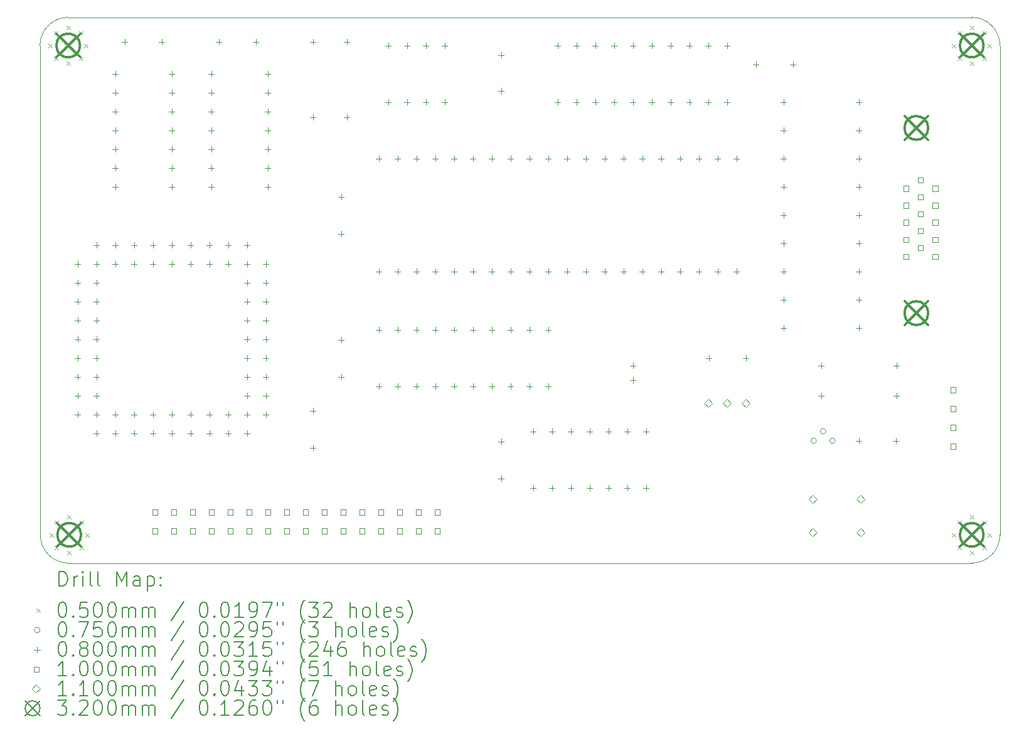
<source format=gbr>
%FSLAX45Y45*%
G04 Gerber Fmt 4.5, Leading zero omitted, Abs format (unit mm)*
G04 Created by KiCad (PCBNEW (6.0.1)) date 2022-02-26 16:04:42*
%MOMM*%
%LPD*%
G01*
G04 APERTURE LIST*
%TA.AperFunction,Profile*%
%ADD10C,0.001000*%
%TD*%
%ADD11C,0.200000*%
%ADD12C,0.050000*%
%ADD13C,0.075000*%
%ADD14C,0.080000*%
%ADD15C,0.100000*%
%ADD16C,0.110000*%
%ADD17C,0.320000*%
G04 APERTURE END LIST*
D10*
X23139400Y-8229600D02*
G75*
G03*
X22758400Y-7848600I-381000J0D01*
G01*
X23139400Y-14833600D02*
X23139400Y-8229600D01*
X22758400Y-7848600D02*
X10566400Y-7848600D01*
X10185483Y-8229600D02*
X10190164Y-14833683D01*
X22758400Y-15214600D02*
G75*
G03*
X23139400Y-14833600I0J381000D01*
G01*
X22758400Y-15214600D02*
X10571164Y-15214683D01*
X10190164Y-14833683D02*
G75*
G03*
X10571164Y-15214683I381000J0D01*
G01*
X10566400Y-7848600D02*
G75*
G03*
X10185483Y-8229600I0J-380917D01*
G01*
D11*
D12*
X10301400Y-8204600D02*
X10351400Y-8254600D01*
X10351400Y-8204600D02*
X10301400Y-8254600D01*
X10315400Y-14808600D02*
X10365400Y-14858600D01*
X10365400Y-14808600D02*
X10315400Y-14858600D01*
X10371694Y-8034894D02*
X10421694Y-8084894D01*
X10421694Y-8034894D02*
X10371694Y-8084894D01*
X10371694Y-8374306D02*
X10421694Y-8424306D01*
X10421694Y-8374306D02*
X10371694Y-8424306D01*
X10385694Y-14638894D02*
X10435694Y-14688894D01*
X10435694Y-14638894D02*
X10385694Y-14688894D01*
X10385694Y-14978306D02*
X10435694Y-15028306D01*
X10435694Y-14978306D02*
X10385694Y-15028306D01*
X10541400Y-7964600D02*
X10591400Y-8014600D01*
X10591400Y-7964600D02*
X10541400Y-8014600D01*
X10541400Y-8444600D02*
X10591400Y-8494600D01*
X10591400Y-8444600D02*
X10541400Y-8494600D01*
X10555400Y-14568600D02*
X10605400Y-14618600D01*
X10605400Y-14568600D02*
X10555400Y-14618600D01*
X10555400Y-15048600D02*
X10605400Y-15098600D01*
X10605400Y-15048600D02*
X10555400Y-15098600D01*
X10711106Y-8034894D02*
X10761106Y-8084894D01*
X10761106Y-8034894D02*
X10711106Y-8084894D01*
X10711106Y-8374306D02*
X10761106Y-8424306D01*
X10761106Y-8374306D02*
X10711106Y-8424306D01*
X10725106Y-14638894D02*
X10775106Y-14688894D01*
X10775106Y-14638894D02*
X10725106Y-14688894D01*
X10725106Y-14978306D02*
X10775106Y-15028306D01*
X10775106Y-14978306D02*
X10725106Y-15028306D01*
X10781400Y-8204600D02*
X10831400Y-8254600D01*
X10831400Y-8204600D02*
X10781400Y-8254600D01*
X10795400Y-14808600D02*
X10845400Y-14858600D01*
X10845400Y-14808600D02*
X10795400Y-14858600D01*
X22493400Y-8204600D02*
X22543400Y-8254600D01*
X22543400Y-8204600D02*
X22493400Y-8254600D01*
X22493400Y-14808600D02*
X22543400Y-14858600D01*
X22543400Y-14808600D02*
X22493400Y-14858600D01*
X22563694Y-8034894D02*
X22613694Y-8084894D01*
X22613694Y-8034894D02*
X22563694Y-8084894D01*
X22563694Y-8374306D02*
X22613694Y-8424306D01*
X22613694Y-8374306D02*
X22563694Y-8424306D01*
X22563694Y-14638894D02*
X22613694Y-14688894D01*
X22613694Y-14638894D02*
X22563694Y-14688894D01*
X22563694Y-14978306D02*
X22613694Y-15028306D01*
X22613694Y-14978306D02*
X22563694Y-15028306D01*
X22733400Y-7964600D02*
X22783400Y-8014600D01*
X22783400Y-7964600D02*
X22733400Y-8014600D01*
X22733400Y-8444600D02*
X22783400Y-8494600D01*
X22783400Y-8444600D02*
X22733400Y-8494600D01*
X22733400Y-14568600D02*
X22783400Y-14618600D01*
X22783400Y-14568600D02*
X22733400Y-14618600D01*
X22733400Y-15048600D02*
X22783400Y-15098600D01*
X22783400Y-15048600D02*
X22733400Y-15098600D01*
X22903106Y-8034894D02*
X22953106Y-8084894D01*
X22953106Y-8034894D02*
X22903106Y-8084894D01*
X22903106Y-8374306D02*
X22953106Y-8424306D01*
X22953106Y-8374306D02*
X22903106Y-8424306D01*
X22903106Y-14638894D02*
X22953106Y-14688894D01*
X22953106Y-14638894D02*
X22903106Y-14688894D01*
X22903106Y-14978306D02*
X22953106Y-15028306D01*
X22953106Y-14978306D02*
X22903106Y-15028306D01*
X22973400Y-8204600D02*
X23023400Y-8254600D01*
X23023400Y-8204600D02*
X22973400Y-8254600D01*
X22973400Y-14808600D02*
X23023400Y-14858600D01*
X23023400Y-14808600D02*
X22973400Y-14858600D01*
D13*
X20662300Y-13563600D02*
G75*
G03*
X20662300Y-13563600I-37500J0D01*
G01*
X20789300Y-13436600D02*
G75*
G03*
X20789300Y-13436600I-37500J0D01*
G01*
X20916300Y-13563600D02*
G75*
G03*
X20916300Y-13563600I-37500J0D01*
G01*
D14*
X10693400Y-11136000D02*
X10693400Y-11216000D01*
X10653400Y-11176000D02*
X10733400Y-11176000D01*
X10693400Y-11390000D02*
X10693400Y-11470000D01*
X10653400Y-11430000D02*
X10733400Y-11430000D01*
X10693400Y-11644000D02*
X10693400Y-11724000D01*
X10653400Y-11684000D02*
X10733400Y-11684000D01*
X10693400Y-11898000D02*
X10693400Y-11978000D01*
X10653400Y-11938000D02*
X10733400Y-11938000D01*
X10693400Y-12152000D02*
X10693400Y-12232000D01*
X10653400Y-12192000D02*
X10733400Y-12192000D01*
X10693400Y-12406000D02*
X10693400Y-12486000D01*
X10653400Y-12446000D02*
X10733400Y-12446000D01*
X10693400Y-12660000D02*
X10693400Y-12740000D01*
X10653400Y-12700000D02*
X10733400Y-12700000D01*
X10693400Y-12914000D02*
X10693400Y-12994000D01*
X10653400Y-12954000D02*
X10733400Y-12954000D01*
X10693400Y-13168000D02*
X10693400Y-13248000D01*
X10653400Y-13208000D02*
X10733400Y-13208000D01*
X10947400Y-10882000D02*
X10947400Y-10962000D01*
X10907400Y-10922000D02*
X10987400Y-10922000D01*
X10947400Y-11136000D02*
X10947400Y-11216000D01*
X10907400Y-11176000D02*
X10987400Y-11176000D01*
X10947400Y-11390000D02*
X10947400Y-11470000D01*
X10907400Y-11430000D02*
X10987400Y-11430000D01*
X10947400Y-11644000D02*
X10947400Y-11724000D01*
X10907400Y-11684000D02*
X10987400Y-11684000D01*
X10947400Y-11898000D02*
X10947400Y-11978000D01*
X10907400Y-11938000D02*
X10987400Y-11938000D01*
X10947400Y-12152000D02*
X10947400Y-12232000D01*
X10907400Y-12192000D02*
X10987400Y-12192000D01*
X10947400Y-12406000D02*
X10947400Y-12486000D01*
X10907400Y-12446000D02*
X10987400Y-12446000D01*
X10947400Y-12660000D02*
X10947400Y-12740000D01*
X10907400Y-12700000D02*
X10987400Y-12700000D01*
X10947400Y-12914000D02*
X10947400Y-12994000D01*
X10907400Y-12954000D02*
X10987400Y-12954000D01*
X10947400Y-13168000D02*
X10947400Y-13248000D01*
X10907400Y-13208000D02*
X10987400Y-13208000D01*
X10947400Y-13422000D02*
X10947400Y-13502000D01*
X10907400Y-13462000D02*
X10987400Y-13462000D01*
X11201400Y-8570600D02*
X11201400Y-8650600D01*
X11161400Y-8610600D02*
X11241400Y-8610600D01*
X11201400Y-8824600D02*
X11201400Y-8904600D01*
X11161400Y-8864600D02*
X11241400Y-8864600D01*
X11201400Y-9078600D02*
X11201400Y-9158600D01*
X11161400Y-9118600D02*
X11241400Y-9118600D01*
X11201400Y-9332600D02*
X11201400Y-9412600D01*
X11161400Y-9372600D02*
X11241400Y-9372600D01*
X11201400Y-9586600D02*
X11201400Y-9666600D01*
X11161400Y-9626600D02*
X11241400Y-9626600D01*
X11201400Y-9840600D02*
X11201400Y-9920600D01*
X11161400Y-9880600D02*
X11241400Y-9880600D01*
X11201400Y-10094600D02*
X11201400Y-10174600D01*
X11161400Y-10134600D02*
X11241400Y-10134600D01*
X11201400Y-10882000D02*
X11201400Y-10962000D01*
X11161400Y-10922000D02*
X11241400Y-10922000D01*
X11201400Y-11136000D02*
X11201400Y-11216000D01*
X11161400Y-11176000D02*
X11241400Y-11176000D01*
X11201400Y-13168000D02*
X11201400Y-13248000D01*
X11161400Y-13208000D02*
X11241400Y-13208000D01*
X11201400Y-13422000D02*
X11201400Y-13502000D01*
X11161400Y-13462000D02*
X11241400Y-13462000D01*
X11328400Y-8138800D02*
X11328400Y-8218800D01*
X11288400Y-8178800D02*
X11368400Y-8178800D01*
X11455400Y-10882000D02*
X11455400Y-10962000D01*
X11415400Y-10922000D02*
X11495400Y-10922000D01*
X11455400Y-11136000D02*
X11455400Y-11216000D01*
X11415400Y-11176000D02*
X11495400Y-11176000D01*
X11455400Y-13168000D02*
X11455400Y-13248000D01*
X11415400Y-13208000D02*
X11495400Y-13208000D01*
X11455400Y-13422000D02*
X11455400Y-13502000D01*
X11415400Y-13462000D02*
X11495400Y-13462000D01*
X11709400Y-10882000D02*
X11709400Y-10962000D01*
X11669400Y-10922000D02*
X11749400Y-10922000D01*
X11709400Y-11136000D02*
X11709400Y-11216000D01*
X11669400Y-11176000D02*
X11749400Y-11176000D01*
X11709400Y-13168000D02*
X11709400Y-13248000D01*
X11669400Y-13208000D02*
X11749400Y-13208000D01*
X11709400Y-13422000D02*
X11709400Y-13502000D01*
X11669400Y-13462000D02*
X11749400Y-13462000D01*
X11828400Y-8138800D02*
X11828400Y-8218800D01*
X11788400Y-8178800D02*
X11868400Y-8178800D01*
X11963400Y-8570600D02*
X11963400Y-8650600D01*
X11923400Y-8610600D02*
X12003400Y-8610600D01*
X11963400Y-8824600D02*
X11963400Y-8904600D01*
X11923400Y-8864600D02*
X12003400Y-8864600D01*
X11963400Y-9078600D02*
X11963400Y-9158600D01*
X11923400Y-9118600D02*
X12003400Y-9118600D01*
X11963400Y-9332600D02*
X11963400Y-9412600D01*
X11923400Y-9372600D02*
X12003400Y-9372600D01*
X11963400Y-9586600D02*
X11963400Y-9666600D01*
X11923400Y-9626600D02*
X12003400Y-9626600D01*
X11963400Y-9840600D02*
X11963400Y-9920600D01*
X11923400Y-9880600D02*
X12003400Y-9880600D01*
X11963400Y-10094600D02*
X11963400Y-10174600D01*
X11923400Y-10134600D02*
X12003400Y-10134600D01*
X11963400Y-10882000D02*
X11963400Y-10962000D01*
X11923400Y-10922000D02*
X12003400Y-10922000D01*
X11963400Y-11136000D02*
X11963400Y-11216000D01*
X11923400Y-11176000D02*
X12003400Y-11176000D01*
X11963400Y-13168000D02*
X11963400Y-13248000D01*
X11923400Y-13208000D02*
X12003400Y-13208000D01*
X11963400Y-13422000D02*
X11963400Y-13502000D01*
X11923400Y-13462000D02*
X12003400Y-13462000D01*
X12217400Y-10882000D02*
X12217400Y-10962000D01*
X12177400Y-10922000D02*
X12257400Y-10922000D01*
X12217400Y-11136000D02*
X12217400Y-11216000D01*
X12177400Y-11176000D02*
X12257400Y-11176000D01*
X12217400Y-13168000D02*
X12217400Y-13248000D01*
X12177400Y-13208000D02*
X12257400Y-13208000D01*
X12217400Y-13422000D02*
X12217400Y-13502000D01*
X12177400Y-13462000D02*
X12257400Y-13462000D01*
X12471400Y-10882000D02*
X12471400Y-10962000D01*
X12431400Y-10922000D02*
X12511400Y-10922000D01*
X12471400Y-11136000D02*
X12471400Y-11216000D01*
X12431400Y-11176000D02*
X12511400Y-11176000D01*
X12471400Y-13168000D02*
X12471400Y-13248000D01*
X12431400Y-13208000D02*
X12511400Y-13208000D01*
X12471400Y-13422000D02*
X12471400Y-13502000D01*
X12431400Y-13462000D02*
X12511400Y-13462000D01*
X12496800Y-8570600D02*
X12496800Y-8650600D01*
X12456800Y-8610600D02*
X12536800Y-8610600D01*
X12496800Y-8824600D02*
X12496800Y-8904600D01*
X12456800Y-8864600D02*
X12536800Y-8864600D01*
X12496800Y-9078600D02*
X12496800Y-9158600D01*
X12456800Y-9118600D02*
X12536800Y-9118600D01*
X12496800Y-9332600D02*
X12496800Y-9412600D01*
X12456800Y-9372600D02*
X12536800Y-9372600D01*
X12496800Y-9586600D02*
X12496800Y-9666600D01*
X12456800Y-9626600D02*
X12536800Y-9626600D01*
X12496800Y-9840600D02*
X12496800Y-9920600D01*
X12456800Y-9880600D02*
X12536800Y-9880600D01*
X12496800Y-10094600D02*
X12496800Y-10174600D01*
X12456800Y-10134600D02*
X12536800Y-10134600D01*
X12598400Y-8138800D02*
X12598400Y-8218800D01*
X12558400Y-8178800D02*
X12638400Y-8178800D01*
X12725400Y-10882000D02*
X12725400Y-10962000D01*
X12685400Y-10922000D02*
X12765400Y-10922000D01*
X12725400Y-11136000D02*
X12725400Y-11216000D01*
X12685400Y-11176000D02*
X12765400Y-11176000D01*
X12725400Y-13168000D02*
X12725400Y-13248000D01*
X12685400Y-13208000D02*
X12765400Y-13208000D01*
X12725400Y-13422000D02*
X12725400Y-13502000D01*
X12685400Y-13462000D02*
X12765400Y-13462000D01*
X12979400Y-10882000D02*
X12979400Y-10962000D01*
X12939400Y-10922000D02*
X13019400Y-10922000D01*
X12979400Y-11136000D02*
X12979400Y-11216000D01*
X12939400Y-11176000D02*
X13019400Y-11176000D01*
X12979400Y-11390000D02*
X12979400Y-11470000D01*
X12939400Y-11430000D02*
X13019400Y-11430000D01*
X12979400Y-11644000D02*
X12979400Y-11724000D01*
X12939400Y-11684000D02*
X13019400Y-11684000D01*
X12979400Y-11898000D02*
X12979400Y-11978000D01*
X12939400Y-11938000D02*
X13019400Y-11938000D01*
X12979400Y-12152000D02*
X12979400Y-12232000D01*
X12939400Y-12192000D02*
X13019400Y-12192000D01*
X12979400Y-12406000D02*
X12979400Y-12486000D01*
X12939400Y-12446000D02*
X13019400Y-12446000D01*
X12979400Y-12660000D02*
X12979400Y-12740000D01*
X12939400Y-12700000D02*
X13019400Y-12700000D01*
X12979400Y-12914000D02*
X12979400Y-12994000D01*
X12939400Y-12954000D02*
X13019400Y-12954000D01*
X12979400Y-13168000D02*
X12979400Y-13248000D01*
X12939400Y-13208000D02*
X13019400Y-13208000D01*
X12979400Y-13422000D02*
X12979400Y-13502000D01*
X12939400Y-13462000D02*
X13019400Y-13462000D01*
X13098400Y-8138800D02*
X13098400Y-8218800D01*
X13058400Y-8178800D02*
X13138400Y-8178800D01*
X13233400Y-11136000D02*
X13233400Y-11216000D01*
X13193400Y-11176000D02*
X13273400Y-11176000D01*
X13233400Y-11390000D02*
X13233400Y-11470000D01*
X13193400Y-11430000D02*
X13273400Y-11430000D01*
X13233400Y-11644000D02*
X13233400Y-11724000D01*
X13193400Y-11684000D02*
X13273400Y-11684000D01*
X13233400Y-11898000D02*
X13233400Y-11978000D01*
X13193400Y-11938000D02*
X13273400Y-11938000D01*
X13233400Y-12152000D02*
X13233400Y-12232000D01*
X13193400Y-12192000D02*
X13273400Y-12192000D01*
X13233400Y-12406000D02*
X13233400Y-12486000D01*
X13193400Y-12446000D02*
X13273400Y-12446000D01*
X13233400Y-12660000D02*
X13233400Y-12740000D01*
X13193400Y-12700000D02*
X13273400Y-12700000D01*
X13233400Y-12914000D02*
X13233400Y-12994000D01*
X13193400Y-12954000D02*
X13273400Y-12954000D01*
X13233400Y-13168000D02*
X13233400Y-13248000D01*
X13193400Y-13208000D02*
X13273400Y-13208000D01*
X13258800Y-8570600D02*
X13258800Y-8650600D01*
X13218800Y-8610600D02*
X13298800Y-8610600D01*
X13258800Y-8824600D02*
X13258800Y-8904600D01*
X13218800Y-8864600D02*
X13298800Y-8864600D01*
X13258800Y-9078600D02*
X13258800Y-9158600D01*
X13218800Y-9118600D02*
X13298800Y-9118600D01*
X13258800Y-9332600D02*
X13258800Y-9412600D01*
X13218800Y-9372600D02*
X13298800Y-9372600D01*
X13258800Y-9586600D02*
X13258800Y-9666600D01*
X13218800Y-9626600D02*
X13298800Y-9626600D01*
X13258800Y-9840600D02*
X13258800Y-9920600D01*
X13218800Y-9880600D02*
X13298800Y-9880600D01*
X13258800Y-10094600D02*
X13258800Y-10174600D01*
X13218800Y-10134600D02*
X13298800Y-10134600D01*
X13868400Y-8138800D02*
X13868400Y-8218800D01*
X13828400Y-8178800D02*
X13908400Y-8178800D01*
X13868400Y-9154800D02*
X13868400Y-9234800D01*
X13828400Y-9194800D02*
X13908400Y-9194800D01*
X13868400Y-13117200D02*
X13868400Y-13197200D01*
X13828400Y-13157200D02*
X13908400Y-13157200D01*
X13868400Y-13617200D02*
X13868400Y-13697200D01*
X13828400Y-13657200D02*
X13908400Y-13657200D01*
X14249400Y-10229600D02*
X14249400Y-10309600D01*
X14209400Y-10269600D02*
X14289400Y-10269600D01*
X14249400Y-10729600D02*
X14249400Y-10809600D01*
X14209400Y-10769600D02*
X14289400Y-10769600D01*
X14249400Y-12160000D02*
X14249400Y-12240000D01*
X14209400Y-12200000D02*
X14289400Y-12200000D01*
X14249400Y-12660000D02*
X14249400Y-12740000D01*
X14209400Y-12700000D02*
X14289400Y-12700000D01*
X14325600Y-8138800D02*
X14325600Y-8218800D01*
X14285600Y-8178800D02*
X14365600Y-8178800D01*
X14325600Y-9154800D02*
X14325600Y-9234800D01*
X14285600Y-9194800D02*
X14365600Y-9194800D01*
X14757400Y-9713600D02*
X14757400Y-9793600D01*
X14717400Y-9753600D02*
X14797400Y-9753600D01*
X14757400Y-11237600D02*
X14757400Y-11317600D01*
X14717400Y-11277600D02*
X14797400Y-11277600D01*
X14757400Y-12025000D02*
X14757400Y-12105000D01*
X14717400Y-12065000D02*
X14797400Y-12065000D01*
X14757400Y-12787000D02*
X14757400Y-12867000D01*
X14717400Y-12827000D02*
X14797400Y-12827000D01*
X14884400Y-8189600D02*
X14884400Y-8269600D01*
X14844400Y-8229600D02*
X14924400Y-8229600D01*
X14884400Y-8951600D02*
X14884400Y-9031600D01*
X14844400Y-8991600D02*
X14924400Y-8991600D01*
X15011400Y-9713600D02*
X15011400Y-9793600D01*
X14971400Y-9753600D02*
X15051400Y-9753600D01*
X15011400Y-11237600D02*
X15011400Y-11317600D01*
X14971400Y-11277600D02*
X15051400Y-11277600D01*
X15011400Y-12025000D02*
X15011400Y-12105000D01*
X14971400Y-12065000D02*
X15051400Y-12065000D01*
X15011400Y-12787000D02*
X15011400Y-12867000D01*
X14971400Y-12827000D02*
X15051400Y-12827000D01*
X15138400Y-8189600D02*
X15138400Y-8269600D01*
X15098400Y-8229600D02*
X15178400Y-8229600D01*
X15138400Y-8951600D02*
X15138400Y-9031600D01*
X15098400Y-8991600D02*
X15178400Y-8991600D01*
X15265400Y-9713600D02*
X15265400Y-9793600D01*
X15225400Y-9753600D02*
X15305400Y-9753600D01*
X15265400Y-11237600D02*
X15265400Y-11317600D01*
X15225400Y-11277600D02*
X15305400Y-11277600D01*
X15265400Y-12025000D02*
X15265400Y-12105000D01*
X15225400Y-12065000D02*
X15305400Y-12065000D01*
X15265400Y-12787000D02*
X15265400Y-12867000D01*
X15225400Y-12827000D02*
X15305400Y-12827000D01*
X15392400Y-8189600D02*
X15392400Y-8269600D01*
X15352400Y-8229600D02*
X15432400Y-8229600D01*
X15392400Y-8951600D02*
X15392400Y-9031600D01*
X15352400Y-8991600D02*
X15432400Y-8991600D01*
X15519400Y-9713600D02*
X15519400Y-9793600D01*
X15479400Y-9753600D02*
X15559400Y-9753600D01*
X15519400Y-11237600D02*
X15519400Y-11317600D01*
X15479400Y-11277600D02*
X15559400Y-11277600D01*
X15519400Y-12025000D02*
X15519400Y-12105000D01*
X15479400Y-12065000D02*
X15559400Y-12065000D01*
X15519400Y-12787000D02*
X15519400Y-12867000D01*
X15479400Y-12827000D02*
X15559400Y-12827000D01*
X15646400Y-8189600D02*
X15646400Y-8269600D01*
X15606400Y-8229600D02*
X15686400Y-8229600D01*
X15646400Y-8951600D02*
X15646400Y-9031600D01*
X15606400Y-8991600D02*
X15686400Y-8991600D01*
X15773400Y-9713600D02*
X15773400Y-9793600D01*
X15733400Y-9753600D02*
X15813400Y-9753600D01*
X15773400Y-11237600D02*
X15773400Y-11317600D01*
X15733400Y-11277600D02*
X15813400Y-11277600D01*
X15773400Y-12025000D02*
X15773400Y-12105000D01*
X15733400Y-12065000D02*
X15813400Y-12065000D01*
X15773400Y-12787000D02*
X15773400Y-12867000D01*
X15733400Y-12827000D02*
X15813400Y-12827000D01*
X16027400Y-9713600D02*
X16027400Y-9793600D01*
X15987400Y-9753600D02*
X16067400Y-9753600D01*
X16027400Y-11237600D02*
X16027400Y-11317600D01*
X15987400Y-11277600D02*
X16067400Y-11277600D01*
X16027400Y-12025000D02*
X16027400Y-12105000D01*
X15987400Y-12065000D02*
X16067400Y-12065000D01*
X16027400Y-12787000D02*
X16027400Y-12867000D01*
X15987400Y-12827000D02*
X16067400Y-12827000D01*
X16281400Y-9713600D02*
X16281400Y-9793600D01*
X16241400Y-9753600D02*
X16321400Y-9753600D01*
X16281400Y-11237600D02*
X16281400Y-11317600D01*
X16241400Y-11277600D02*
X16321400Y-11277600D01*
X16281400Y-12025000D02*
X16281400Y-12105000D01*
X16241400Y-12065000D02*
X16321400Y-12065000D01*
X16281400Y-12787000D02*
X16281400Y-12867000D01*
X16241400Y-12827000D02*
X16321400Y-12827000D01*
X16408400Y-8316600D02*
X16408400Y-8396600D01*
X16368400Y-8356600D02*
X16448400Y-8356600D01*
X16408400Y-8804600D02*
X16408400Y-8884600D01*
X16368400Y-8844600D02*
X16448400Y-8844600D01*
X16408400Y-13531600D02*
X16408400Y-13611600D01*
X16368400Y-13571600D02*
X16448400Y-13571600D01*
X16408400Y-14031600D02*
X16408400Y-14111600D01*
X16368400Y-14071600D02*
X16448400Y-14071600D01*
X16535400Y-9713600D02*
X16535400Y-9793600D01*
X16495400Y-9753600D02*
X16575400Y-9753600D01*
X16535400Y-11237600D02*
X16535400Y-11317600D01*
X16495400Y-11277600D02*
X16575400Y-11277600D01*
X16535400Y-12025000D02*
X16535400Y-12105000D01*
X16495400Y-12065000D02*
X16575400Y-12065000D01*
X16535400Y-12787000D02*
X16535400Y-12867000D01*
X16495400Y-12827000D02*
X16575400Y-12827000D01*
X16789400Y-9713600D02*
X16789400Y-9793600D01*
X16749400Y-9753600D02*
X16829400Y-9753600D01*
X16789400Y-11237600D02*
X16789400Y-11317600D01*
X16749400Y-11277600D02*
X16829400Y-11277600D01*
X16789400Y-12025000D02*
X16789400Y-12105000D01*
X16749400Y-12065000D02*
X16829400Y-12065000D01*
X16789400Y-12787000D02*
X16789400Y-12867000D01*
X16749400Y-12827000D02*
X16829400Y-12827000D01*
X16840200Y-13396600D02*
X16840200Y-13476600D01*
X16800200Y-13436600D02*
X16880200Y-13436600D01*
X16840200Y-14158600D02*
X16840200Y-14238600D01*
X16800200Y-14198600D02*
X16880200Y-14198600D01*
X17043400Y-9713600D02*
X17043400Y-9793600D01*
X17003400Y-9753600D02*
X17083400Y-9753600D01*
X17043400Y-11237600D02*
X17043400Y-11317600D01*
X17003400Y-11277600D02*
X17083400Y-11277600D01*
X17043400Y-12025000D02*
X17043400Y-12105000D01*
X17003400Y-12065000D02*
X17083400Y-12065000D01*
X17043400Y-12787000D02*
X17043400Y-12867000D01*
X17003400Y-12827000D02*
X17083400Y-12827000D01*
X17094200Y-13396600D02*
X17094200Y-13476600D01*
X17054200Y-13436600D02*
X17134200Y-13436600D01*
X17094200Y-14158600D02*
X17094200Y-14238600D01*
X17054200Y-14198600D02*
X17134200Y-14198600D01*
X17170400Y-8189600D02*
X17170400Y-8269600D01*
X17130400Y-8229600D02*
X17210400Y-8229600D01*
X17170400Y-8951600D02*
X17170400Y-9031600D01*
X17130400Y-8991600D02*
X17210400Y-8991600D01*
X17297400Y-9713600D02*
X17297400Y-9793600D01*
X17257400Y-9753600D02*
X17337400Y-9753600D01*
X17297400Y-11237600D02*
X17297400Y-11317600D01*
X17257400Y-11277600D02*
X17337400Y-11277600D01*
X17348200Y-13396600D02*
X17348200Y-13476600D01*
X17308200Y-13436600D02*
X17388200Y-13436600D01*
X17348200Y-14158600D02*
X17348200Y-14238600D01*
X17308200Y-14198600D02*
X17388200Y-14198600D01*
X17424400Y-8189600D02*
X17424400Y-8269600D01*
X17384400Y-8229600D02*
X17464400Y-8229600D01*
X17424400Y-8951600D02*
X17424400Y-9031600D01*
X17384400Y-8991600D02*
X17464400Y-8991600D01*
X17551400Y-9713600D02*
X17551400Y-9793600D01*
X17511400Y-9753600D02*
X17591400Y-9753600D01*
X17551400Y-11237600D02*
X17551400Y-11317600D01*
X17511400Y-11277600D02*
X17591400Y-11277600D01*
X17602200Y-13396600D02*
X17602200Y-13476600D01*
X17562200Y-13436600D02*
X17642200Y-13436600D01*
X17602200Y-14158600D02*
X17602200Y-14238600D01*
X17562200Y-14198600D02*
X17642200Y-14198600D01*
X17678400Y-8189600D02*
X17678400Y-8269600D01*
X17638400Y-8229600D02*
X17718400Y-8229600D01*
X17678400Y-8951600D02*
X17678400Y-9031600D01*
X17638400Y-8991600D02*
X17718400Y-8991600D01*
X17805400Y-9713600D02*
X17805400Y-9793600D01*
X17765400Y-9753600D02*
X17845400Y-9753600D01*
X17805400Y-11237600D02*
X17805400Y-11317600D01*
X17765400Y-11277600D02*
X17845400Y-11277600D01*
X17856200Y-13396600D02*
X17856200Y-13476600D01*
X17816200Y-13436600D02*
X17896200Y-13436600D01*
X17856200Y-14158600D02*
X17856200Y-14238600D01*
X17816200Y-14198600D02*
X17896200Y-14198600D01*
X17932400Y-8189600D02*
X17932400Y-8269600D01*
X17892400Y-8229600D02*
X17972400Y-8229600D01*
X17932400Y-8951600D02*
X17932400Y-9031600D01*
X17892400Y-8991600D02*
X17972400Y-8991600D01*
X18059400Y-9713600D02*
X18059400Y-9793600D01*
X18019400Y-9753600D02*
X18099400Y-9753600D01*
X18059400Y-11237600D02*
X18059400Y-11317600D01*
X18019400Y-11277600D02*
X18099400Y-11277600D01*
X18110200Y-13396600D02*
X18110200Y-13476600D01*
X18070200Y-13436600D02*
X18150200Y-13436600D01*
X18110200Y-14158600D02*
X18110200Y-14238600D01*
X18070200Y-14198600D02*
X18150200Y-14198600D01*
X18186400Y-8189600D02*
X18186400Y-8269600D01*
X18146400Y-8229600D02*
X18226400Y-8229600D01*
X18186400Y-8951600D02*
X18186400Y-9031600D01*
X18146400Y-8991600D02*
X18226400Y-8991600D01*
X18186400Y-12507600D02*
X18186400Y-12587600D01*
X18146400Y-12547600D02*
X18226400Y-12547600D01*
X18186400Y-12707600D02*
X18186400Y-12787600D01*
X18146400Y-12747600D02*
X18226400Y-12747600D01*
X18313400Y-9713600D02*
X18313400Y-9793600D01*
X18273400Y-9753600D02*
X18353400Y-9753600D01*
X18313400Y-11237600D02*
X18313400Y-11317600D01*
X18273400Y-11277600D02*
X18353400Y-11277600D01*
X18364200Y-13396600D02*
X18364200Y-13476600D01*
X18324200Y-13436600D02*
X18404200Y-13436600D01*
X18364200Y-14158600D02*
X18364200Y-14238600D01*
X18324200Y-14198600D02*
X18404200Y-14198600D01*
X18440400Y-8189600D02*
X18440400Y-8269600D01*
X18400400Y-8229600D02*
X18480400Y-8229600D01*
X18440400Y-8951600D02*
X18440400Y-9031600D01*
X18400400Y-8991600D02*
X18480400Y-8991600D01*
X18567400Y-9713600D02*
X18567400Y-9793600D01*
X18527400Y-9753600D02*
X18607400Y-9753600D01*
X18567400Y-11237600D02*
X18567400Y-11317600D01*
X18527400Y-11277600D02*
X18607400Y-11277600D01*
X18694400Y-8189600D02*
X18694400Y-8269600D01*
X18654400Y-8229600D02*
X18734400Y-8229600D01*
X18694400Y-8951600D02*
X18694400Y-9031600D01*
X18654400Y-8991600D02*
X18734400Y-8991600D01*
X18821400Y-9713600D02*
X18821400Y-9793600D01*
X18781400Y-9753600D02*
X18861400Y-9753600D01*
X18821400Y-11237600D02*
X18821400Y-11317600D01*
X18781400Y-11277600D02*
X18861400Y-11277600D01*
X18948400Y-8189600D02*
X18948400Y-8269600D01*
X18908400Y-8229600D02*
X18988400Y-8229600D01*
X18948400Y-8951600D02*
X18948400Y-9031600D01*
X18908400Y-8991600D02*
X18988400Y-8991600D01*
X19075400Y-9713600D02*
X19075400Y-9793600D01*
X19035400Y-9753600D02*
X19115400Y-9753600D01*
X19075400Y-11237600D02*
X19075400Y-11317600D01*
X19035400Y-11277600D02*
X19115400Y-11277600D01*
X19202400Y-8189600D02*
X19202400Y-8269600D01*
X19162400Y-8229600D02*
X19242400Y-8229600D01*
X19202400Y-8951600D02*
X19202400Y-9031600D01*
X19162400Y-8991600D02*
X19242400Y-8991600D01*
X19210400Y-12406000D02*
X19210400Y-12486000D01*
X19170400Y-12446000D02*
X19250400Y-12446000D01*
X19329400Y-9713600D02*
X19329400Y-9793600D01*
X19289400Y-9753600D02*
X19369400Y-9753600D01*
X19329400Y-11237600D02*
X19329400Y-11317600D01*
X19289400Y-11277600D02*
X19369400Y-11277600D01*
X19456400Y-8189600D02*
X19456400Y-8269600D01*
X19416400Y-8229600D02*
X19496400Y-8229600D01*
X19456400Y-8951600D02*
X19456400Y-9031600D01*
X19416400Y-8991600D02*
X19496400Y-8991600D01*
X19583400Y-9713600D02*
X19583400Y-9793600D01*
X19543400Y-9753600D02*
X19623400Y-9753600D01*
X19583400Y-11237600D02*
X19583400Y-11317600D01*
X19543400Y-11277600D02*
X19623400Y-11277600D01*
X19710400Y-12406000D02*
X19710400Y-12486000D01*
X19670400Y-12446000D02*
X19750400Y-12446000D01*
X19845400Y-8443600D02*
X19845400Y-8523600D01*
X19805400Y-8483600D02*
X19885400Y-8483600D01*
X20218400Y-8951600D02*
X20218400Y-9031600D01*
X20178400Y-8991600D02*
X20258400Y-8991600D01*
X20218400Y-9332600D02*
X20218400Y-9412600D01*
X20178400Y-9372600D02*
X20258400Y-9372600D01*
X20218400Y-9713600D02*
X20218400Y-9793600D01*
X20178400Y-9753600D02*
X20258400Y-9753600D01*
X20218400Y-10094600D02*
X20218400Y-10174600D01*
X20178400Y-10134600D02*
X20258400Y-10134600D01*
X20218400Y-10475600D02*
X20218400Y-10555600D01*
X20178400Y-10515600D02*
X20258400Y-10515600D01*
X20218400Y-10856600D02*
X20218400Y-10936600D01*
X20178400Y-10896600D02*
X20258400Y-10896600D01*
X20218400Y-11237600D02*
X20218400Y-11317600D01*
X20178400Y-11277600D02*
X20258400Y-11277600D01*
X20218400Y-11618600D02*
X20218400Y-11698600D01*
X20178400Y-11658600D02*
X20258400Y-11658600D01*
X20218400Y-11999600D02*
X20218400Y-12079600D01*
X20178400Y-12039600D02*
X20258400Y-12039600D01*
X20345400Y-8443600D02*
X20345400Y-8523600D01*
X20305400Y-8483600D02*
X20385400Y-8483600D01*
X20726400Y-12507600D02*
X20726400Y-12587600D01*
X20686400Y-12547600D02*
X20766400Y-12547600D01*
X20726400Y-12914000D02*
X20726400Y-12994000D01*
X20686400Y-12954000D02*
X20766400Y-12954000D01*
X21234400Y-8951600D02*
X21234400Y-9031600D01*
X21194400Y-8991600D02*
X21274400Y-8991600D01*
X21234400Y-9332600D02*
X21234400Y-9412600D01*
X21194400Y-9372600D02*
X21274400Y-9372600D01*
X21234400Y-9713600D02*
X21234400Y-9793600D01*
X21194400Y-9753600D02*
X21274400Y-9753600D01*
X21234400Y-10094600D02*
X21234400Y-10174600D01*
X21194400Y-10134600D02*
X21274400Y-10134600D01*
X21234400Y-10475600D02*
X21234400Y-10555600D01*
X21194400Y-10515600D02*
X21274400Y-10515600D01*
X21234400Y-10856600D02*
X21234400Y-10936600D01*
X21194400Y-10896600D02*
X21274400Y-10896600D01*
X21234400Y-11237600D02*
X21234400Y-11317600D01*
X21194400Y-11277600D02*
X21274400Y-11277600D01*
X21234400Y-11618600D02*
X21234400Y-11698600D01*
X21194400Y-11658600D02*
X21274400Y-11658600D01*
X21234400Y-11999600D02*
X21234400Y-12079600D01*
X21194400Y-12039600D02*
X21274400Y-12039600D01*
X21234400Y-13523600D02*
X21234400Y-13603600D01*
X21194400Y-13563600D02*
X21274400Y-13563600D01*
X21734400Y-13523600D02*
X21734400Y-13603600D01*
X21694400Y-13563600D02*
X21774400Y-13563600D01*
X21742400Y-12507600D02*
X21742400Y-12587600D01*
X21702400Y-12547600D02*
X21782400Y-12547600D01*
X21742400Y-12914000D02*
X21742400Y-12994000D01*
X21702400Y-12954000D02*
X21782400Y-12954000D01*
D15*
X11770156Y-14564156D02*
X11770156Y-14493444D01*
X11699444Y-14493444D01*
X11699444Y-14564156D01*
X11770156Y-14564156D01*
X11770156Y-14818156D02*
X11770156Y-14747444D01*
X11699444Y-14747444D01*
X11699444Y-14818156D01*
X11770156Y-14818156D01*
X12024156Y-14564156D02*
X12024156Y-14493444D01*
X11953444Y-14493444D01*
X11953444Y-14564156D01*
X12024156Y-14564156D01*
X12024156Y-14818156D02*
X12024156Y-14747444D01*
X11953444Y-14747444D01*
X11953444Y-14818156D01*
X12024156Y-14818156D01*
X12278156Y-14564156D02*
X12278156Y-14493444D01*
X12207444Y-14493444D01*
X12207444Y-14564156D01*
X12278156Y-14564156D01*
X12278156Y-14818156D02*
X12278156Y-14747444D01*
X12207444Y-14747444D01*
X12207444Y-14818156D01*
X12278156Y-14818156D01*
X12532156Y-14564156D02*
X12532156Y-14493444D01*
X12461444Y-14493444D01*
X12461444Y-14564156D01*
X12532156Y-14564156D01*
X12532156Y-14818156D02*
X12532156Y-14747444D01*
X12461444Y-14747444D01*
X12461444Y-14818156D01*
X12532156Y-14818156D01*
X12786156Y-14564156D02*
X12786156Y-14493444D01*
X12715444Y-14493444D01*
X12715444Y-14564156D01*
X12786156Y-14564156D01*
X12786156Y-14818156D02*
X12786156Y-14747444D01*
X12715444Y-14747444D01*
X12715444Y-14818156D01*
X12786156Y-14818156D01*
X13040156Y-14564156D02*
X13040156Y-14493444D01*
X12969444Y-14493444D01*
X12969444Y-14564156D01*
X13040156Y-14564156D01*
X13040156Y-14818156D02*
X13040156Y-14747444D01*
X12969444Y-14747444D01*
X12969444Y-14818156D01*
X13040156Y-14818156D01*
X13294156Y-14564156D02*
X13294156Y-14493444D01*
X13223444Y-14493444D01*
X13223444Y-14564156D01*
X13294156Y-14564156D01*
X13294156Y-14818156D02*
X13294156Y-14747444D01*
X13223444Y-14747444D01*
X13223444Y-14818156D01*
X13294156Y-14818156D01*
X13548156Y-14564156D02*
X13548156Y-14493444D01*
X13477444Y-14493444D01*
X13477444Y-14564156D01*
X13548156Y-14564156D01*
X13548156Y-14818156D02*
X13548156Y-14747444D01*
X13477444Y-14747444D01*
X13477444Y-14818156D01*
X13548156Y-14818156D01*
X13802156Y-14564156D02*
X13802156Y-14493444D01*
X13731444Y-14493444D01*
X13731444Y-14564156D01*
X13802156Y-14564156D01*
X13802156Y-14818156D02*
X13802156Y-14747444D01*
X13731444Y-14747444D01*
X13731444Y-14818156D01*
X13802156Y-14818156D01*
X14056156Y-14564156D02*
X14056156Y-14493444D01*
X13985444Y-14493444D01*
X13985444Y-14564156D01*
X14056156Y-14564156D01*
X14056156Y-14818156D02*
X14056156Y-14747444D01*
X13985444Y-14747444D01*
X13985444Y-14818156D01*
X14056156Y-14818156D01*
X14310156Y-14564156D02*
X14310156Y-14493444D01*
X14239444Y-14493444D01*
X14239444Y-14564156D01*
X14310156Y-14564156D01*
X14310156Y-14818156D02*
X14310156Y-14747444D01*
X14239444Y-14747444D01*
X14239444Y-14818156D01*
X14310156Y-14818156D01*
X14564156Y-14564156D02*
X14564156Y-14493444D01*
X14493444Y-14493444D01*
X14493444Y-14564156D01*
X14564156Y-14564156D01*
X14564156Y-14818156D02*
X14564156Y-14747444D01*
X14493444Y-14747444D01*
X14493444Y-14818156D01*
X14564156Y-14818156D01*
X14818156Y-14564156D02*
X14818156Y-14493444D01*
X14747444Y-14493444D01*
X14747444Y-14564156D01*
X14818156Y-14564156D01*
X14818156Y-14818156D02*
X14818156Y-14747444D01*
X14747444Y-14747444D01*
X14747444Y-14818156D01*
X14818156Y-14818156D01*
X15072156Y-14564156D02*
X15072156Y-14493444D01*
X15001444Y-14493444D01*
X15001444Y-14564156D01*
X15072156Y-14564156D01*
X15072156Y-14818156D02*
X15072156Y-14747444D01*
X15001444Y-14747444D01*
X15001444Y-14818156D01*
X15072156Y-14818156D01*
X15326156Y-14564156D02*
X15326156Y-14493444D01*
X15255444Y-14493444D01*
X15255444Y-14564156D01*
X15326156Y-14564156D01*
X15326156Y-14818156D02*
X15326156Y-14747444D01*
X15255444Y-14747444D01*
X15255444Y-14818156D01*
X15326156Y-14818156D01*
X15580156Y-14564156D02*
X15580156Y-14493444D01*
X15509444Y-14493444D01*
X15509444Y-14564156D01*
X15580156Y-14564156D01*
X15580156Y-14818156D02*
X15580156Y-14747444D01*
X15509444Y-14747444D01*
X15509444Y-14818156D01*
X15580156Y-14818156D01*
X21904756Y-10195356D02*
X21904756Y-10124644D01*
X21834044Y-10124644D01*
X21834044Y-10195356D01*
X21904756Y-10195356D01*
X21904756Y-10424356D02*
X21904756Y-10353644D01*
X21834044Y-10353644D01*
X21834044Y-10424356D01*
X21904756Y-10424356D01*
X21904756Y-10653356D02*
X21904756Y-10582644D01*
X21834044Y-10582644D01*
X21834044Y-10653356D01*
X21904756Y-10653356D01*
X21904756Y-10882356D02*
X21904756Y-10811644D01*
X21834044Y-10811644D01*
X21834044Y-10882356D01*
X21904756Y-10882356D01*
X21904756Y-11111356D02*
X21904756Y-11040644D01*
X21834044Y-11040644D01*
X21834044Y-11111356D01*
X21904756Y-11111356D01*
X22102756Y-10080856D02*
X22102756Y-10010144D01*
X22032044Y-10010144D01*
X22032044Y-10080856D01*
X22102756Y-10080856D01*
X22102756Y-10309856D02*
X22102756Y-10239144D01*
X22032044Y-10239144D01*
X22032044Y-10309856D01*
X22102756Y-10309856D01*
X22102756Y-10538856D02*
X22102756Y-10468144D01*
X22032044Y-10468144D01*
X22032044Y-10538856D01*
X22102756Y-10538856D01*
X22102756Y-10767856D02*
X22102756Y-10697144D01*
X22032044Y-10697144D01*
X22032044Y-10767856D01*
X22102756Y-10767856D01*
X22102756Y-10996856D02*
X22102756Y-10926144D01*
X22032044Y-10926144D01*
X22032044Y-10996856D01*
X22102756Y-10996856D01*
X22300756Y-10195356D02*
X22300756Y-10124644D01*
X22230044Y-10124644D01*
X22230044Y-10195356D01*
X22300756Y-10195356D01*
X22300756Y-10424356D02*
X22300756Y-10353644D01*
X22230044Y-10353644D01*
X22230044Y-10424356D01*
X22300756Y-10424356D01*
X22300756Y-10653356D02*
X22300756Y-10582644D01*
X22230044Y-10582644D01*
X22230044Y-10653356D01*
X22300756Y-10653356D01*
X22300756Y-10882356D02*
X22300756Y-10811644D01*
X22230044Y-10811644D01*
X22230044Y-10882356D01*
X22300756Y-10882356D01*
X22300756Y-11111356D02*
X22300756Y-11040644D01*
X22230044Y-11040644D01*
X22230044Y-11111356D01*
X22300756Y-11111356D01*
X22539756Y-12913156D02*
X22539756Y-12842444D01*
X22469044Y-12842444D01*
X22469044Y-12913156D01*
X22539756Y-12913156D01*
X22539756Y-13167156D02*
X22539756Y-13096444D01*
X22469044Y-13096444D01*
X22469044Y-13167156D01*
X22539756Y-13167156D01*
X22539756Y-13421156D02*
X22539756Y-13350444D01*
X22469044Y-13350444D01*
X22469044Y-13421156D01*
X22539756Y-13421156D01*
X22539756Y-13675156D02*
X22539756Y-13604444D01*
X22469044Y-13604444D01*
X22469044Y-13675156D01*
X22539756Y-13675156D01*
D16*
X19202400Y-13110600D02*
X19257400Y-13055600D01*
X19202400Y-13000600D01*
X19147400Y-13055600D01*
X19202400Y-13110600D01*
X19456400Y-13110600D02*
X19511400Y-13055600D01*
X19456400Y-13000600D01*
X19401400Y-13055600D01*
X19456400Y-13110600D01*
X19710400Y-13110600D02*
X19765400Y-13055600D01*
X19710400Y-13000600D01*
X19655400Y-13055600D01*
X19710400Y-13110600D01*
X20612100Y-14406000D02*
X20667100Y-14351000D01*
X20612100Y-14296000D01*
X20557100Y-14351000D01*
X20612100Y-14406000D01*
X20612100Y-14856000D02*
X20667100Y-14801000D01*
X20612100Y-14746000D01*
X20557100Y-14801000D01*
X20612100Y-14856000D01*
X21262100Y-14406000D02*
X21317100Y-14351000D01*
X21262100Y-14296000D01*
X21207100Y-14351000D01*
X21262100Y-14406000D01*
X21262100Y-14856000D02*
X21317100Y-14801000D01*
X21262100Y-14746000D01*
X21207100Y-14801000D01*
X21262100Y-14856000D01*
D17*
X10406400Y-8069600D02*
X10726400Y-8389600D01*
X10726400Y-8069600D02*
X10406400Y-8389600D01*
X10726400Y-8229600D02*
G75*
G03*
X10726400Y-8229600I-160000J0D01*
G01*
X10420400Y-14673600D02*
X10740400Y-14993600D01*
X10740400Y-14673600D02*
X10420400Y-14993600D01*
X10740400Y-14833600D02*
G75*
G03*
X10740400Y-14833600I-160000J0D01*
G01*
X21851400Y-9181500D02*
X22171400Y-9501500D01*
X22171400Y-9181500D02*
X21851400Y-9501500D01*
X22171400Y-9341500D02*
G75*
G03*
X22171400Y-9341500I-160000J0D01*
G01*
X21851400Y-11681500D02*
X22171400Y-12001500D01*
X22171400Y-11681500D02*
X21851400Y-12001500D01*
X22171400Y-11841500D02*
G75*
G03*
X22171400Y-11841500I-160000J0D01*
G01*
X22598400Y-8069600D02*
X22918400Y-8389600D01*
X22918400Y-8069600D02*
X22598400Y-8389600D01*
X22918400Y-8229600D02*
G75*
G03*
X22918400Y-8229600I-160000J0D01*
G01*
X22598400Y-14673600D02*
X22918400Y-14993600D01*
X22918400Y-14673600D02*
X22598400Y-14993600D01*
X22918400Y-14833600D02*
G75*
G03*
X22918400Y-14833600I-160000J0D01*
G01*
D11*
X10443052Y-15525209D02*
X10443052Y-15325209D01*
X10490671Y-15325209D01*
X10519242Y-15334733D01*
X10538290Y-15353780D01*
X10547814Y-15372828D01*
X10557337Y-15410923D01*
X10557337Y-15439495D01*
X10547814Y-15477590D01*
X10538290Y-15496637D01*
X10519242Y-15515685D01*
X10490671Y-15525209D01*
X10443052Y-15525209D01*
X10643052Y-15525209D02*
X10643052Y-15391875D01*
X10643052Y-15429971D02*
X10652576Y-15410923D01*
X10662099Y-15401399D01*
X10681147Y-15391875D01*
X10700195Y-15391875D01*
X10766861Y-15525209D02*
X10766861Y-15391875D01*
X10766861Y-15325209D02*
X10757337Y-15334733D01*
X10766861Y-15344256D01*
X10776385Y-15334733D01*
X10766861Y-15325209D01*
X10766861Y-15344256D01*
X10890671Y-15525209D02*
X10871623Y-15515685D01*
X10862099Y-15496637D01*
X10862099Y-15325209D01*
X10995433Y-15525209D02*
X10976385Y-15515685D01*
X10966861Y-15496637D01*
X10966861Y-15325209D01*
X11224004Y-15525209D02*
X11224004Y-15325209D01*
X11290671Y-15468066D01*
X11357337Y-15325209D01*
X11357337Y-15525209D01*
X11538290Y-15525209D02*
X11538290Y-15420447D01*
X11528766Y-15401399D01*
X11509718Y-15391875D01*
X11471623Y-15391875D01*
X11452575Y-15401399D01*
X11538290Y-15515685D02*
X11519242Y-15525209D01*
X11471623Y-15525209D01*
X11452575Y-15515685D01*
X11443052Y-15496637D01*
X11443052Y-15477590D01*
X11452575Y-15458542D01*
X11471623Y-15449018D01*
X11519242Y-15449018D01*
X11538290Y-15439495D01*
X11633528Y-15391875D02*
X11633528Y-15591875D01*
X11633528Y-15401399D02*
X11652575Y-15391875D01*
X11690671Y-15391875D01*
X11709718Y-15401399D01*
X11719242Y-15410923D01*
X11728766Y-15429971D01*
X11728766Y-15487114D01*
X11719242Y-15506161D01*
X11709718Y-15515685D01*
X11690671Y-15525209D01*
X11652575Y-15525209D01*
X11633528Y-15515685D01*
X11814480Y-15506161D02*
X11824004Y-15515685D01*
X11814480Y-15525209D01*
X11804956Y-15515685D01*
X11814480Y-15506161D01*
X11814480Y-15525209D01*
X11814480Y-15401399D02*
X11824004Y-15410923D01*
X11814480Y-15420447D01*
X11804956Y-15410923D01*
X11814480Y-15401399D01*
X11814480Y-15420447D01*
D12*
X10135433Y-15829733D02*
X10185433Y-15879733D01*
X10185433Y-15829733D02*
X10135433Y-15879733D01*
D11*
X10481147Y-15745209D02*
X10500195Y-15745209D01*
X10519242Y-15754733D01*
X10528766Y-15764256D01*
X10538290Y-15783304D01*
X10547814Y-15821399D01*
X10547814Y-15869018D01*
X10538290Y-15907114D01*
X10528766Y-15926161D01*
X10519242Y-15935685D01*
X10500195Y-15945209D01*
X10481147Y-15945209D01*
X10462099Y-15935685D01*
X10452576Y-15926161D01*
X10443052Y-15907114D01*
X10433528Y-15869018D01*
X10433528Y-15821399D01*
X10443052Y-15783304D01*
X10452576Y-15764256D01*
X10462099Y-15754733D01*
X10481147Y-15745209D01*
X10633528Y-15926161D02*
X10643052Y-15935685D01*
X10633528Y-15945209D01*
X10624004Y-15935685D01*
X10633528Y-15926161D01*
X10633528Y-15945209D01*
X10824004Y-15745209D02*
X10728766Y-15745209D01*
X10719242Y-15840447D01*
X10728766Y-15830923D01*
X10747814Y-15821399D01*
X10795433Y-15821399D01*
X10814480Y-15830923D01*
X10824004Y-15840447D01*
X10833528Y-15859495D01*
X10833528Y-15907114D01*
X10824004Y-15926161D01*
X10814480Y-15935685D01*
X10795433Y-15945209D01*
X10747814Y-15945209D01*
X10728766Y-15935685D01*
X10719242Y-15926161D01*
X10957337Y-15745209D02*
X10976385Y-15745209D01*
X10995433Y-15754733D01*
X11004957Y-15764256D01*
X11014480Y-15783304D01*
X11024004Y-15821399D01*
X11024004Y-15869018D01*
X11014480Y-15907114D01*
X11004957Y-15926161D01*
X10995433Y-15935685D01*
X10976385Y-15945209D01*
X10957337Y-15945209D01*
X10938290Y-15935685D01*
X10928766Y-15926161D01*
X10919242Y-15907114D01*
X10909718Y-15869018D01*
X10909718Y-15821399D01*
X10919242Y-15783304D01*
X10928766Y-15764256D01*
X10938290Y-15754733D01*
X10957337Y-15745209D01*
X11147814Y-15745209D02*
X11166861Y-15745209D01*
X11185909Y-15754733D01*
X11195433Y-15764256D01*
X11204956Y-15783304D01*
X11214480Y-15821399D01*
X11214480Y-15869018D01*
X11204956Y-15907114D01*
X11195433Y-15926161D01*
X11185909Y-15935685D01*
X11166861Y-15945209D01*
X11147814Y-15945209D01*
X11128766Y-15935685D01*
X11119242Y-15926161D01*
X11109718Y-15907114D01*
X11100195Y-15869018D01*
X11100195Y-15821399D01*
X11109718Y-15783304D01*
X11119242Y-15764256D01*
X11128766Y-15754733D01*
X11147814Y-15745209D01*
X11300195Y-15945209D02*
X11300195Y-15811875D01*
X11300195Y-15830923D02*
X11309718Y-15821399D01*
X11328766Y-15811875D01*
X11357337Y-15811875D01*
X11376385Y-15821399D01*
X11385909Y-15840447D01*
X11385909Y-15945209D01*
X11385909Y-15840447D02*
X11395433Y-15821399D01*
X11414480Y-15811875D01*
X11443052Y-15811875D01*
X11462099Y-15821399D01*
X11471623Y-15840447D01*
X11471623Y-15945209D01*
X11566861Y-15945209D02*
X11566861Y-15811875D01*
X11566861Y-15830923D02*
X11576385Y-15821399D01*
X11595433Y-15811875D01*
X11624004Y-15811875D01*
X11643052Y-15821399D01*
X11652575Y-15840447D01*
X11652575Y-15945209D01*
X11652575Y-15840447D02*
X11662099Y-15821399D01*
X11681147Y-15811875D01*
X11709718Y-15811875D01*
X11728766Y-15821399D01*
X11738290Y-15840447D01*
X11738290Y-15945209D01*
X12128766Y-15735685D02*
X11957337Y-15992828D01*
X12385909Y-15745209D02*
X12404956Y-15745209D01*
X12424004Y-15754733D01*
X12433528Y-15764256D01*
X12443052Y-15783304D01*
X12452575Y-15821399D01*
X12452575Y-15869018D01*
X12443052Y-15907114D01*
X12433528Y-15926161D01*
X12424004Y-15935685D01*
X12404956Y-15945209D01*
X12385909Y-15945209D01*
X12366861Y-15935685D01*
X12357337Y-15926161D01*
X12347814Y-15907114D01*
X12338290Y-15869018D01*
X12338290Y-15821399D01*
X12347814Y-15783304D01*
X12357337Y-15764256D01*
X12366861Y-15754733D01*
X12385909Y-15745209D01*
X12538290Y-15926161D02*
X12547814Y-15935685D01*
X12538290Y-15945209D01*
X12528766Y-15935685D01*
X12538290Y-15926161D01*
X12538290Y-15945209D01*
X12671623Y-15745209D02*
X12690671Y-15745209D01*
X12709718Y-15754733D01*
X12719242Y-15764256D01*
X12728766Y-15783304D01*
X12738290Y-15821399D01*
X12738290Y-15869018D01*
X12728766Y-15907114D01*
X12719242Y-15926161D01*
X12709718Y-15935685D01*
X12690671Y-15945209D01*
X12671623Y-15945209D01*
X12652575Y-15935685D01*
X12643052Y-15926161D01*
X12633528Y-15907114D01*
X12624004Y-15869018D01*
X12624004Y-15821399D01*
X12633528Y-15783304D01*
X12643052Y-15764256D01*
X12652575Y-15754733D01*
X12671623Y-15745209D01*
X12928766Y-15945209D02*
X12814480Y-15945209D01*
X12871623Y-15945209D02*
X12871623Y-15745209D01*
X12852575Y-15773780D01*
X12833528Y-15792828D01*
X12814480Y-15802352D01*
X13024004Y-15945209D02*
X13062099Y-15945209D01*
X13081147Y-15935685D01*
X13090671Y-15926161D01*
X13109718Y-15897590D01*
X13119242Y-15859495D01*
X13119242Y-15783304D01*
X13109718Y-15764256D01*
X13100195Y-15754733D01*
X13081147Y-15745209D01*
X13043052Y-15745209D01*
X13024004Y-15754733D01*
X13014480Y-15764256D01*
X13004956Y-15783304D01*
X13004956Y-15830923D01*
X13014480Y-15849971D01*
X13024004Y-15859495D01*
X13043052Y-15869018D01*
X13081147Y-15869018D01*
X13100195Y-15859495D01*
X13109718Y-15849971D01*
X13119242Y-15830923D01*
X13185909Y-15745209D02*
X13319242Y-15745209D01*
X13233528Y-15945209D01*
X13385909Y-15745209D02*
X13385909Y-15783304D01*
X13462099Y-15745209D02*
X13462099Y-15783304D01*
X13757337Y-16021399D02*
X13747814Y-16011875D01*
X13728766Y-15983304D01*
X13719242Y-15964256D01*
X13709718Y-15935685D01*
X13700195Y-15888066D01*
X13700195Y-15849971D01*
X13709718Y-15802352D01*
X13719242Y-15773780D01*
X13728766Y-15754733D01*
X13747814Y-15726161D01*
X13757337Y-15716637D01*
X13814480Y-15745209D02*
X13938290Y-15745209D01*
X13871623Y-15821399D01*
X13900195Y-15821399D01*
X13919242Y-15830923D01*
X13928766Y-15840447D01*
X13938290Y-15859495D01*
X13938290Y-15907114D01*
X13928766Y-15926161D01*
X13919242Y-15935685D01*
X13900195Y-15945209D01*
X13843052Y-15945209D01*
X13824004Y-15935685D01*
X13814480Y-15926161D01*
X14014480Y-15764256D02*
X14024004Y-15754733D01*
X14043052Y-15745209D01*
X14090671Y-15745209D01*
X14109718Y-15754733D01*
X14119242Y-15764256D01*
X14128766Y-15783304D01*
X14128766Y-15802352D01*
X14119242Y-15830923D01*
X14004956Y-15945209D01*
X14128766Y-15945209D01*
X14366861Y-15945209D02*
X14366861Y-15745209D01*
X14452575Y-15945209D02*
X14452575Y-15840447D01*
X14443052Y-15821399D01*
X14424004Y-15811875D01*
X14395433Y-15811875D01*
X14376385Y-15821399D01*
X14366861Y-15830923D01*
X14576385Y-15945209D02*
X14557337Y-15935685D01*
X14547814Y-15926161D01*
X14538290Y-15907114D01*
X14538290Y-15849971D01*
X14547814Y-15830923D01*
X14557337Y-15821399D01*
X14576385Y-15811875D01*
X14604956Y-15811875D01*
X14624004Y-15821399D01*
X14633528Y-15830923D01*
X14643052Y-15849971D01*
X14643052Y-15907114D01*
X14633528Y-15926161D01*
X14624004Y-15935685D01*
X14604956Y-15945209D01*
X14576385Y-15945209D01*
X14757337Y-15945209D02*
X14738290Y-15935685D01*
X14728766Y-15916637D01*
X14728766Y-15745209D01*
X14909718Y-15935685D02*
X14890671Y-15945209D01*
X14852575Y-15945209D01*
X14833528Y-15935685D01*
X14824004Y-15916637D01*
X14824004Y-15840447D01*
X14833528Y-15821399D01*
X14852575Y-15811875D01*
X14890671Y-15811875D01*
X14909718Y-15821399D01*
X14919242Y-15840447D01*
X14919242Y-15859495D01*
X14824004Y-15878542D01*
X14995433Y-15935685D02*
X15014480Y-15945209D01*
X15052575Y-15945209D01*
X15071623Y-15935685D01*
X15081147Y-15916637D01*
X15081147Y-15907114D01*
X15071623Y-15888066D01*
X15052575Y-15878542D01*
X15024004Y-15878542D01*
X15004956Y-15869018D01*
X14995433Y-15849971D01*
X14995433Y-15840447D01*
X15004956Y-15821399D01*
X15024004Y-15811875D01*
X15052575Y-15811875D01*
X15071623Y-15821399D01*
X15147814Y-16021399D02*
X15157337Y-16011875D01*
X15176385Y-15983304D01*
X15185909Y-15964256D01*
X15195433Y-15935685D01*
X15204956Y-15888066D01*
X15204956Y-15849971D01*
X15195433Y-15802352D01*
X15185909Y-15773780D01*
X15176385Y-15754733D01*
X15157337Y-15726161D01*
X15147814Y-15716637D01*
D13*
X10185433Y-16118733D02*
G75*
G03*
X10185433Y-16118733I-37500J0D01*
G01*
D11*
X10481147Y-16009209D02*
X10500195Y-16009209D01*
X10519242Y-16018733D01*
X10528766Y-16028256D01*
X10538290Y-16047304D01*
X10547814Y-16085399D01*
X10547814Y-16133018D01*
X10538290Y-16171114D01*
X10528766Y-16190161D01*
X10519242Y-16199685D01*
X10500195Y-16209209D01*
X10481147Y-16209209D01*
X10462099Y-16199685D01*
X10452576Y-16190161D01*
X10443052Y-16171114D01*
X10433528Y-16133018D01*
X10433528Y-16085399D01*
X10443052Y-16047304D01*
X10452576Y-16028256D01*
X10462099Y-16018733D01*
X10481147Y-16009209D01*
X10633528Y-16190161D02*
X10643052Y-16199685D01*
X10633528Y-16209209D01*
X10624004Y-16199685D01*
X10633528Y-16190161D01*
X10633528Y-16209209D01*
X10709718Y-16009209D02*
X10843052Y-16009209D01*
X10757337Y-16209209D01*
X11014480Y-16009209D02*
X10919242Y-16009209D01*
X10909718Y-16104447D01*
X10919242Y-16094923D01*
X10938290Y-16085399D01*
X10985909Y-16085399D01*
X11004957Y-16094923D01*
X11014480Y-16104447D01*
X11024004Y-16123495D01*
X11024004Y-16171114D01*
X11014480Y-16190161D01*
X11004957Y-16199685D01*
X10985909Y-16209209D01*
X10938290Y-16209209D01*
X10919242Y-16199685D01*
X10909718Y-16190161D01*
X11147814Y-16009209D02*
X11166861Y-16009209D01*
X11185909Y-16018733D01*
X11195433Y-16028256D01*
X11204956Y-16047304D01*
X11214480Y-16085399D01*
X11214480Y-16133018D01*
X11204956Y-16171114D01*
X11195433Y-16190161D01*
X11185909Y-16199685D01*
X11166861Y-16209209D01*
X11147814Y-16209209D01*
X11128766Y-16199685D01*
X11119242Y-16190161D01*
X11109718Y-16171114D01*
X11100195Y-16133018D01*
X11100195Y-16085399D01*
X11109718Y-16047304D01*
X11119242Y-16028256D01*
X11128766Y-16018733D01*
X11147814Y-16009209D01*
X11300195Y-16209209D02*
X11300195Y-16075875D01*
X11300195Y-16094923D02*
X11309718Y-16085399D01*
X11328766Y-16075875D01*
X11357337Y-16075875D01*
X11376385Y-16085399D01*
X11385909Y-16104447D01*
X11385909Y-16209209D01*
X11385909Y-16104447D02*
X11395433Y-16085399D01*
X11414480Y-16075875D01*
X11443052Y-16075875D01*
X11462099Y-16085399D01*
X11471623Y-16104447D01*
X11471623Y-16209209D01*
X11566861Y-16209209D02*
X11566861Y-16075875D01*
X11566861Y-16094923D02*
X11576385Y-16085399D01*
X11595433Y-16075875D01*
X11624004Y-16075875D01*
X11643052Y-16085399D01*
X11652575Y-16104447D01*
X11652575Y-16209209D01*
X11652575Y-16104447D02*
X11662099Y-16085399D01*
X11681147Y-16075875D01*
X11709718Y-16075875D01*
X11728766Y-16085399D01*
X11738290Y-16104447D01*
X11738290Y-16209209D01*
X12128766Y-15999685D02*
X11957337Y-16256828D01*
X12385909Y-16009209D02*
X12404956Y-16009209D01*
X12424004Y-16018733D01*
X12433528Y-16028256D01*
X12443052Y-16047304D01*
X12452575Y-16085399D01*
X12452575Y-16133018D01*
X12443052Y-16171114D01*
X12433528Y-16190161D01*
X12424004Y-16199685D01*
X12404956Y-16209209D01*
X12385909Y-16209209D01*
X12366861Y-16199685D01*
X12357337Y-16190161D01*
X12347814Y-16171114D01*
X12338290Y-16133018D01*
X12338290Y-16085399D01*
X12347814Y-16047304D01*
X12357337Y-16028256D01*
X12366861Y-16018733D01*
X12385909Y-16009209D01*
X12538290Y-16190161D02*
X12547814Y-16199685D01*
X12538290Y-16209209D01*
X12528766Y-16199685D01*
X12538290Y-16190161D01*
X12538290Y-16209209D01*
X12671623Y-16009209D02*
X12690671Y-16009209D01*
X12709718Y-16018733D01*
X12719242Y-16028256D01*
X12728766Y-16047304D01*
X12738290Y-16085399D01*
X12738290Y-16133018D01*
X12728766Y-16171114D01*
X12719242Y-16190161D01*
X12709718Y-16199685D01*
X12690671Y-16209209D01*
X12671623Y-16209209D01*
X12652575Y-16199685D01*
X12643052Y-16190161D01*
X12633528Y-16171114D01*
X12624004Y-16133018D01*
X12624004Y-16085399D01*
X12633528Y-16047304D01*
X12643052Y-16028256D01*
X12652575Y-16018733D01*
X12671623Y-16009209D01*
X12814480Y-16028256D02*
X12824004Y-16018733D01*
X12843052Y-16009209D01*
X12890671Y-16009209D01*
X12909718Y-16018733D01*
X12919242Y-16028256D01*
X12928766Y-16047304D01*
X12928766Y-16066352D01*
X12919242Y-16094923D01*
X12804956Y-16209209D01*
X12928766Y-16209209D01*
X13024004Y-16209209D02*
X13062099Y-16209209D01*
X13081147Y-16199685D01*
X13090671Y-16190161D01*
X13109718Y-16161590D01*
X13119242Y-16123495D01*
X13119242Y-16047304D01*
X13109718Y-16028256D01*
X13100195Y-16018733D01*
X13081147Y-16009209D01*
X13043052Y-16009209D01*
X13024004Y-16018733D01*
X13014480Y-16028256D01*
X13004956Y-16047304D01*
X13004956Y-16094923D01*
X13014480Y-16113971D01*
X13024004Y-16123495D01*
X13043052Y-16133018D01*
X13081147Y-16133018D01*
X13100195Y-16123495D01*
X13109718Y-16113971D01*
X13119242Y-16094923D01*
X13300195Y-16009209D02*
X13204956Y-16009209D01*
X13195433Y-16104447D01*
X13204956Y-16094923D01*
X13224004Y-16085399D01*
X13271623Y-16085399D01*
X13290671Y-16094923D01*
X13300195Y-16104447D01*
X13309718Y-16123495D01*
X13309718Y-16171114D01*
X13300195Y-16190161D01*
X13290671Y-16199685D01*
X13271623Y-16209209D01*
X13224004Y-16209209D01*
X13204956Y-16199685D01*
X13195433Y-16190161D01*
X13385909Y-16009209D02*
X13385909Y-16047304D01*
X13462099Y-16009209D02*
X13462099Y-16047304D01*
X13757337Y-16285399D02*
X13747814Y-16275875D01*
X13728766Y-16247304D01*
X13719242Y-16228256D01*
X13709718Y-16199685D01*
X13700195Y-16152066D01*
X13700195Y-16113971D01*
X13709718Y-16066352D01*
X13719242Y-16037780D01*
X13728766Y-16018733D01*
X13747814Y-15990161D01*
X13757337Y-15980637D01*
X13814480Y-16009209D02*
X13938290Y-16009209D01*
X13871623Y-16085399D01*
X13900195Y-16085399D01*
X13919242Y-16094923D01*
X13928766Y-16104447D01*
X13938290Y-16123495D01*
X13938290Y-16171114D01*
X13928766Y-16190161D01*
X13919242Y-16199685D01*
X13900195Y-16209209D01*
X13843052Y-16209209D01*
X13824004Y-16199685D01*
X13814480Y-16190161D01*
X14176385Y-16209209D02*
X14176385Y-16009209D01*
X14262099Y-16209209D02*
X14262099Y-16104447D01*
X14252575Y-16085399D01*
X14233528Y-16075875D01*
X14204956Y-16075875D01*
X14185909Y-16085399D01*
X14176385Y-16094923D01*
X14385909Y-16209209D02*
X14366861Y-16199685D01*
X14357337Y-16190161D01*
X14347814Y-16171114D01*
X14347814Y-16113971D01*
X14357337Y-16094923D01*
X14366861Y-16085399D01*
X14385909Y-16075875D01*
X14414480Y-16075875D01*
X14433528Y-16085399D01*
X14443052Y-16094923D01*
X14452575Y-16113971D01*
X14452575Y-16171114D01*
X14443052Y-16190161D01*
X14433528Y-16199685D01*
X14414480Y-16209209D01*
X14385909Y-16209209D01*
X14566861Y-16209209D02*
X14547814Y-16199685D01*
X14538290Y-16180637D01*
X14538290Y-16009209D01*
X14719242Y-16199685D02*
X14700195Y-16209209D01*
X14662099Y-16209209D01*
X14643052Y-16199685D01*
X14633528Y-16180637D01*
X14633528Y-16104447D01*
X14643052Y-16085399D01*
X14662099Y-16075875D01*
X14700195Y-16075875D01*
X14719242Y-16085399D01*
X14728766Y-16104447D01*
X14728766Y-16123495D01*
X14633528Y-16142542D01*
X14804956Y-16199685D02*
X14824004Y-16209209D01*
X14862099Y-16209209D01*
X14881147Y-16199685D01*
X14890671Y-16180637D01*
X14890671Y-16171114D01*
X14881147Y-16152066D01*
X14862099Y-16142542D01*
X14833528Y-16142542D01*
X14814480Y-16133018D01*
X14804956Y-16113971D01*
X14804956Y-16104447D01*
X14814480Y-16085399D01*
X14833528Y-16075875D01*
X14862099Y-16075875D01*
X14881147Y-16085399D01*
X14957337Y-16285399D02*
X14966861Y-16275875D01*
X14985909Y-16247304D01*
X14995433Y-16228256D01*
X15004956Y-16199685D01*
X15014480Y-16152066D01*
X15014480Y-16113971D01*
X15004956Y-16066352D01*
X14995433Y-16037780D01*
X14985909Y-16018733D01*
X14966861Y-15990161D01*
X14957337Y-15980637D01*
D14*
X10145433Y-16342733D02*
X10145433Y-16422733D01*
X10105433Y-16382733D02*
X10185433Y-16382733D01*
D11*
X10481147Y-16273209D02*
X10500195Y-16273209D01*
X10519242Y-16282733D01*
X10528766Y-16292256D01*
X10538290Y-16311304D01*
X10547814Y-16349399D01*
X10547814Y-16397018D01*
X10538290Y-16435114D01*
X10528766Y-16454161D01*
X10519242Y-16463685D01*
X10500195Y-16473209D01*
X10481147Y-16473209D01*
X10462099Y-16463685D01*
X10452576Y-16454161D01*
X10443052Y-16435114D01*
X10433528Y-16397018D01*
X10433528Y-16349399D01*
X10443052Y-16311304D01*
X10452576Y-16292256D01*
X10462099Y-16282733D01*
X10481147Y-16273209D01*
X10633528Y-16454161D02*
X10643052Y-16463685D01*
X10633528Y-16473209D01*
X10624004Y-16463685D01*
X10633528Y-16454161D01*
X10633528Y-16473209D01*
X10757337Y-16358923D02*
X10738290Y-16349399D01*
X10728766Y-16339875D01*
X10719242Y-16320828D01*
X10719242Y-16311304D01*
X10728766Y-16292256D01*
X10738290Y-16282733D01*
X10757337Y-16273209D01*
X10795433Y-16273209D01*
X10814480Y-16282733D01*
X10824004Y-16292256D01*
X10833528Y-16311304D01*
X10833528Y-16320828D01*
X10824004Y-16339875D01*
X10814480Y-16349399D01*
X10795433Y-16358923D01*
X10757337Y-16358923D01*
X10738290Y-16368447D01*
X10728766Y-16377971D01*
X10719242Y-16397018D01*
X10719242Y-16435114D01*
X10728766Y-16454161D01*
X10738290Y-16463685D01*
X10757337Y-16473209D01*
X10795433Y-16473209D01*
X10814480Y-16463685D01*
X10824004Y-16454161D01*
X10833528Y-16435114D01*
X10833528Y-16397018D01*
X10824004Y-16377971D01*
X10814480Y-16368447D01*
X10795433Y-16358923D01*
X10957337Y-16273209D02*
X10976385Y-16273209D01*
X10995433Y-16282733D01*
X11004957Y-16292256D01*
X11014480Y-16311304D01*
X11024004Y-16349399D01*
X11024004Y-16397018D01*
X11014480Y-16435114D01*
X11004957Y-16454161D01*
X10995433Y-16463685D01*
X10976385Y-16473209D01*
X10957337Y-16473209D01*
X10938290Y-16463685D01*
X10928766Y-16454161D01*
X10919242Y-16435114D01*
X10909718Y-16397018D01*
X10909718Y-16349399D01*
X10919242Y-16311304D01*
X10928766Y-16292256D01*
X10938290Y-16282733D01*
X10957337Y-16273209D01*
X11147814Y-16273209D02*
X11166861Y-16273209D01*
X11185909Y-16282733D01*
X11195433Y-16292256D01*
X11204956Y-16311304D01*
X11214480Y-16349399D01*
X11214480Y-16397018D01*
X11204956Y-16435114D01*
X11195433Y-16454161D01*
X11185909Y-16463685D01*
X11166861Y-16473209D01*
X11147814Y-16473209D01*
X11128766Y-16463685D01*
X11119242Y-16454161D01*
X11109718Y-16435114D01*
X11100195Y-16397018D01*
X11100195Y-16349399D01*
X11109718Y-16311304D01*
X11119242Y-16292256D01*
X11128766Y-16282733D01*
X11147814Y-16273209D01*
X11300195Y-16473209D02*
X11300195Y-16339875D01*
X11300195Y-16358923D02*
X11309718Y-16349399D01*
X11328766Y-16339875D01*
X11357337Y-16339875D01*
X11376385Y-16349399D01*
X11385909Y-16368447D01*
X11385909Y-16473209D01*
X11385909Y-16368447D02*
X11395433Y-16349399D01*
X11414480Y-16339875D01*
X11443052Y-16339875D01*
X11462099Y-16349399D01*
X11471623Y-16368447D01*
X11471623Y-16473209D01*
X11566861Y-16473209D02*
X11566861Y-16339875D01*
X11566861Y-16358923D02*
X11576385Y-16349399D01*
X11595433Y-16339875D01*
X11624004Y-16339875D01*
X11643052Y-16349399D01*
X11652575Y-16368447D01*
X11652575Y-16473209D01*
X11652575Y-16368447D02*
X11662099Y-16349399D01*
X11681147Y-16339875D01*
X11709718Y-16339875D01*
X11728766Y-16349399D01*
X11738290Y-16368447D01*
X11738290Y-16473209D01*
X12128766Y-16263685D02*
X11957337Y-16520828D01*
X12385909Y-16273209D02*
X12404956Y-16273209D01*
X12424004Y-16282733D01*
X12433528Y-16292256D01*
X12443052Y-16311304D01*
X12452575Y-16349399D01*
X12452575Y-16397018D01*
X12443052Y-16435114D01*
X12433528Y-16454161D01*
X12424004Y-16463685D01*
X12404956Y-16473209D01*
X12385909Y-16473209D01*
X12366861Y-16463685D01*
X12357337Y-16454161D01*
X12347814Y-16435114D01*
X12338290Y-16397018D01*
X12338290Y-16349399D01*
X12347814Y-16311304D01*
X12357337Y-16292256D01*
X12366861Y-16282733D01*
X12385909Y-16273209D01*
X12538290Y-16454161D02*
X12547814Y-16463685D01*
X12538290Y-16473209D01*
X12528766Y-16463685D01*
X12538290Y-16454161D01*
X12538290Y-16473209D01*
X12671623Y-16273209D02*
X12690671Y-16273209D01*
X12709718Y-16282733D01*
X12719242Y-16292256D01*
X12728766Y-16311304D01*
X12738290Y-16349399D01*
X12738290Y-16397018D01*
X12728766Y-16435114D01*
X12719242Y-16454161D01*
X12709718Y-16463685D01*
X12690671Y-16473209D01*
X12671623Y-16473209D01*
X12652575Y-16463685D01*
X12643052Y-16454161D01*
X12633528Y-16435114D01*
X12624004Y-16397018D01*
X12624004Y-16349399D01*
X12633528Y-16311304D01*
X12643052Y-16292256D01*
X12652575Y-16282733D01*
X12671623Y-16273209D01*
X12804956Y-16273209D02*
X12928766Y-16273209D01*
X12862099Y-16349399D01*
X12890671Y-16349399D01*
X12909718Y-16358923D01*
X12919242Y-16368447D01*
X12928766Y-16387495D01*
X12928766Y-16435114D01*
X12919242Y-16454161D01*
X12909718Y-16463685D01*
X12890671Y-16473209D01*
X12833528Y-16473209D01*
X12814480Y-16463685D01*
X12804956Y-16454161D01*
X13119242Y-16473209D02*
X13004956Y-16473209D01*
X13062099Y-16473209D02*
X13062099Y-16273209D01*
X13043052Y-16301780D01*
X13024004Y-16320828D01*
X13004956Y-16330352D01*
X13300195Y-16273209D02*
X13204956Y-16273209D01*
X13195433Y-16368447D01*
X13204956Y-16358923D01*
X13224004Y-16349399D01*
X13271623Y-16349399D01*
X13290671Y-16358923D01*
X13300195Y-16368447D01*
X13309718Y-16387495D01*
X13309718Y-16435114D01*
X13300195Y-16454161D01*
X13290671Y-16463685D01*
X13271623Y-16473209D01*
X13224004Y-16473209D01*
X13204956Y-16463685D01*
X13195433Y-16454161D01*
X13385909Y-16273209D02*
X13385909Y-16311304D01*
X13462099Y-16273209D02*
X13462099Y-16311304D01*
X13757337Y-16549399D02*
X13747814Y-16539875D01*
X13728766Y-16511304D01*
X13719242Y-16492256D01*
X13709718Y-16463685D01*
X13700195Y-16416066D01*
X13700195Y-16377971D01*
X13709718Y-16330352D01*
X13719242Y-16301780D01*
X13728766Y-16282733D01*
X13747814Y-16254161D01*
X13757337Y-16244637D01*
X13824004Y-16292256D02*
X13833528Y-16282733D01*
X13852575Y-16273209D01*
X13900195Y-16273209D01*
X13919242Y-16282733D01*
X13928766Y-16292256D01*
X13938290Y-16311304D01*
X13938290Y-16330352D01*
X13928766Y-16358923D01*
X13814480Y-16473209D01*
X13938290Y-16473209D01*
X14109718Y-16339875D02*
X14109718Y-16473209D01*
X14062099Y-16263685D02*
X14014480Y-16406542D01*
X14138290Y-16406542D01*
X14300195Y-16273209D02*
X14262099Y-16273209D01*
X14243052Y-16282733D01*
X14233528Y-16292256D01*
X14214480Y-16320828D01*
X14204956Y-16358923D01*
X14204956Y-16435114D01*
X14214480Y-16454161D01*
X14224004Y-16463685D01*
X14243052Y-16473209D01*
X14281147Y-16473209D01*
X14300195Y-16463685D01*
X14309718Y-16454161D01*
X14319242Y-16435114D01*
X14319242Y-16387495D01*
X14309718Y-16368447D01*
X14300195Y-16358923D01*
X14281147Y-16349399D01*
X14243052Y-16349399D01*
X14224004Y-16358923D01*
X14214480Y-16368447D01*
X14204956Y-16387495D01*
X14557337Y-16473209D02*
X14557337Y-16273209D01*
X14643052Y-16473209D02*
X14643052Y-16368447D01*
X14633528Y-16349399D01*
X14614480Y-16339875D01*
X14585909Y-16339875D01*
X14566861Y-16349399D01*
X14557337Y-16358923D01*
X14766861Y-16473209D02*
X14747814Y-16463685D01*
X14738290Y-16454161D01*
X14728766Y-16435114D01*
X14728766Y-16377971D01*
X14738290Y-16358923D01*
X14747814Y-16349399D01*
X14766861Y-16339875D01*
X14795433Y-16339875D01*
X14814480Y-16349399D01*
X14824004Y-16358923D01*
X14833528Y-16377971D01*
X14833528Y-16435114D01*
X14824004Y-16454161D01*
X14814480Y-16463685D01*
X14795433Y-16473209D01*
X14766861Y-16473209D01*
X14947814Y-16473209D02*
X14928766Y-16463685D01*
X14919242Y-16444637D01*
X14919242Y-16273209D01*
X15100195Y-16463685D02*
X15081147Y-16473209D01*
X15043052Y-16473209D01*
X15024004Y-16463685D01*
X15014480Y-16444637D01*
X15014480Y-16368447D01*
X15024004Y-16349399D01*
X15043052Y-16339875D01*
X15081147Y-16339875D01*
X15100195Y-16349399D01*
X15109718Y-16368447D01*
X15109718Y-16387495D01*
X15014480Y-16406542D01*
X15185909Y-16463685D02*
X15204956Y-16473209D01*
X15243052Y-16473209D01*
X15262099Y-16463685D01*
X15271623Y-16444637D01*
X15271623Y-16435114D01*
X15262099Y-16416066D01*
X15243052Y-16406542D01*
X15214480Y-16406542D01*
X15195433Y-16397018D01*
X15185909Y-16377971D01*
X15185909Y-16368447D01*
X15195433Y-16349399D01*
X15214480Y-16339875D01*
X15243052Y-16339875D01*
X15262099Y-16349399D01*
X15338290Y-16549399D02*
X15347814Y-16539875D01*
X15366861Y-16511304D01*
X15376385Y-16492256D01*
X15385909Y-16463685D01*
X15395433Y-16416066D01*
X15395433Y-16377971D01*
X15385909Y-16330352D01*
X15376385Y-16301780D01*
X15366861Y-16282733D01*
X15347814Y-16254161D01*
X15338290Y-16244637D01*
D15*
X10170788Y-16682088D02*
X10170788Y-16611377D01*
X10100077Y-16611377D01*
X10100077Y-16682088D01*
X10170788Y-16682088D01*
D11*
X10547814Y-16737209D02*
X10433528Y-16737209D01*
X10490671Y-16737209D02*
X10490671Y-16537209D01*
X10471623Y-16565780D01*
X10452576Y-16584828D01*
X10433528Y-16594352D01*
X10633528Y-16718161D02*
X10643052Y-16727685D01*
X10633528Y-16737209D01*
X10624004Y-16727685D01*
X10633528Y-16718161D01*
X10633528Y-16737209D01*
X10766861Y-16537209D02*
X10785909Y-16537209D01*
X10804957Y-16546733D01*
X10814480Y-16556256D01*
X10824004Y-16575304D01*
X10833528Y-16613399D01*
X10833528Y-16661018D01*
X10824004Y-16699114D01*
X10814480Y-16718161D01*
X10804957Y-16727685D01*
X10785909Y-16737209D01*
X10766861Y-16737209D01*
X10747814Y-16727685D01*
X10738290Y-16718161D01*
X10728766Y-16699114D01*
X10719242Y-16661018D01*
X10719242Y-16613399D01*
X10728766Y-16575304D01*
X10738290Y-16556256D01*
X10747814Y-16546733D01*
X10766861Y-16537209D01*
X10957337Y-16537209D02*
X10976385Y-16537209D01*
X10995433Y-16546733D01*
X11004957Y-16556256D01*
X11014480Y-16575304D01*
X11024004Y-16613399D01*
X11024004Y-16661018D01*
X11014480Y-16699114D01*
X11004957Y-16718161D01*
X10995433Y-16727685D01*
X10976385Y-16737209D01*
X10957337Y-16737209D01*
X10938290Y-16727685D01*
X10928766Y-16718161D01*
X10919242Y-16699114D01*
X10909718Y-16661018D01*
X10909718Y-16613399D01*
X10919242Y-16575304D01*
X10928766Y-16556256D01*
X10938290Y-16546733D01*
X10957337Y-16537209D01*
X11147814Y-16537209D02*
X11166861Y-16537209D01*
X11185909Y-16546733D01*
X11195433Y-16556256D01*
X11204956Y-16575304D01*
X11214480Y-16613399D01*
X11214480Y-16661018D01*
X11204956Y-16699114D01*
X11195433Y-16718161D01*
X11185909Y-16727685D01*
X11166861Y-16737209D01*
X11147814Y-16737209D01*
X11128766Y-16727685D01*
X11119242Y-16718161D01*
X11109718Y-16699114D01*
X11100195Y-16661018D01*
X11100195Y-16613399D01*
X11109718Y-16575304D01*
X11119242Y-16556256D01*
X11128766Y-16546733D01*
X11147814Y-16537209D01*
X11300195Y-16737209D02*
X11300195Y-16603875D01*
X11300195Y-16622923D02*
X11309718Y-16613399D01*
X11328766Y-16603875D01*
X11357337Y-16603875D01*
X11376385Y-16613399D01*
X11385909Y-16632447D01*
X11385909Y-16737209D01*
X11385909Y-16632447D02*
X11395433Y-16613399D01*
X11414480Y-16603875D01*
X11443052Y-16603875D01*
X11462099Y-16613399D01*
X11471623Y-16632447D01*
X11471623Y-16737209D01*
X11566861Y-16737209D02*
X11566861Y-16603875D01*
X11566861Y-16622923D02*
X11576385Y-16613399D01*
X11595433Y-16603875D01*
X11624004Y-16603875D01*
X11643052Y-16613399D01*
X11652575Y-16632447D01*
X11652575Y-16737209D01*
X11652575Y-16632447D02*
X11662099Y-16613399D01*
X11681147Y-16603875D01*
X11709718Y-16603875D01*
X11728766Y-16613399D01*
X11738290Y-16632447D01*
X11738290Y-16737209D01*
X12128766Y-16527685D02*
X11957337Y-16784828D01*
X12385909Y-16537209D02*
X12404956Y-16537209D01*
X12424004Y-16546733D01*
X12433528Y-16556256D01*
X12443052Y-16575304D01*
X12452575Y-16613399D01*
X12452575Y-16661018D01*
X12443052Y-16699114D01*
X12433528Y-16718161D01*
X12424004Y-16727685D01*
X12404956Y-16737209D01*
X12385909Y-16737209D01*
X12366861Y-16727685D01*
X12357337Y-16718161D01*
X12347814Y-16699114D01*
X12338290Y-16661018D01*
X12338290Y-16613399D01*
X12347814Y-16575304D01*
X12357337Y-16556256D01*
X12366861Y-16546733D01*
X12385909Y-16537209D01*
X12538290Y-16718161D02*
X12547814Y-16727685D01*
X12538290Y-16737209D01*
X12528766Y-16727685D01*
X12538290Y-16718161D01*
X12538290Y-16737209D01*
X12671623Y-16537209D02*
X12690671Y-16537209D01*
X12709718Y-16546733D01*
X12719242Y-16556256D01*
X12728766Y-16575304D01*
X12738290Y-16613399D01*
X12738290Y-16661018D01*
X12728766Y-16699114D01*
X12719242Y-16718161D01*
X12709718Y-16727685D01*
X12690671Y-16737209D01*
X12671623Y-16737209D01*
X12652575Y-16727685D01*
X12643052Y-16718161D01*
X12633528Y-16699114D01*
X12624004Y-16661018D01*
X12624004Y-16613399D01*
X12633528Y-16575304D01*
X12643052Y-16556256D01*
X12652575Y-16546733D01*
X12671623Y-16537209D01*
X12804956Y-16537209D02*
X12928766Y-16537209D01*
X12862099Y-16613399D01*
X12890671Y-16613399D01*
X12909718Y-16622923D01*
X12919242Y-16632447D01*
X12928766Y-16651495D01*
X12928766Y-16699114D01*
X12919242Y-16718161D01*
X12909718Y-16727685D01*
X12890671Y-16737209D01*
X12833528Y-16737209D01*
X12814480Y-16727685D01*
X12804956Y-16718161D01*
X13024004Y-16737209D02*
X13062099Y-16737209D01*
X13081147Y-16727685D01*
X13090671Y-16718161D01*
X13109718Y-16689590D01*
X13119242Y-16651495D01*
X13119242Y-16575304D01*
X13109718Y-16556256D01*
X13100195Y-16546733D01*
X13081147Y-16537209D01*
X13043052Y-16537209D01*
X13024004Y-16546733D01*
X13014480Y-16556256D01*
X13004956Y-16575304D01*
X13004956Y-16622923D01*
X13014480Y-16641971D01*
X13024004Y-16651495D01*
X13043052Y-16661018D01*
X13081147Y-16661018D01*
X13100195Y-16651495D01*
X13109718Y-16641971D01*
X13119242Y-16622923D01*
X13290671Y-16603875D02*
X13290671Y-16737209D01*
X13243052Y-16527685D02*
X13195433Y-16670542D01*
X13319242Y-16670542D01*
X13385909Y-16537209D02*
X13385909Y-16575304D01*
X13462099Y-16537209D02*
X13462099Y-16575304D01*
X13757337Y-16813399D02*
X13747814Y-16803876D01*
X13728766Y-16775304D01*
X13719242Y-16756256D01*
X13709718Y-16727685D01*
X13700195Y-16680066D01*
X13700195Y-16641971D01*
X13709718Y-16594352D01*
X13719242Y-16565780D01*
X13728766Y-16546733D01*
X13747814Y-16518161D01*
X13757337Y-16508637D01*
X13928766Y-16537209D02*
X13833528Y-16537209D01*
X13824004Y-16632447D01*
X13833528Y-16622923D01*
X13852575Y-16613399D01*
X13900195Y-16613399D01*
X13919242Y-16622923D01*
X13928766Y-16632447D01*
X13938290Y-16651495D01*
X13938290Y-16699114D01*
X13928766Y-16718161D01*
X13919242Y-16727685D01*
X13900195Y-16737209D01*
X13852575Y-16737209D01*
X13833528Y-16727685D01*
X13824004Y-16718161D01*
X14128766Y-16737209D02*
X14014480Y-16737209D01*
X14071623Y-16737209D02*
X14071623Y-16537209D01*
X14052575Y-16565780D01*
X14033528Y-16584828D01*
X14014480Y-16594352D01*
X14366861Y-16737209D02*
X14366861Y-16537209D01*
X14452575Y-16737209D02*
X14452575Y-16632447D01*
X14443052Y-16613399D01*
X14424004Y-16603875D01*
X14395433Y-16603875D01*
X14376385Y-16613399D01*
X14366861Y-16622923D01*
X14576385Y-16737209D02*
X14557337Y-16727685D01*
X14547814Y-16718161D01*
X14538290Y-16699114D01*
X14538290Y-16641971D01*
X14547814Y-16622923D01*
X14557337Y-16613399D01*
X14576385Y-16603875D01*
X14604956Y-16603875D01*
X14624004Y-16613399D01*
X14633528Y-16622923D01*
X14643052Y-16641971D01*
X14643052Y-16699114D01*
X14633528Y-16718161D01*
X14624004Y-16727685D01*
X14604956Y-16737209D01*
X14576385Y-16737209D01*
X14757337Y-16737209D02*
X14738290Y-16727685D01*
X14728766Y-16708637D01*
X14728766Y-16537209D01*
X14909718Y-16727685D02*
X14890671Y-16737209D01*
X14852575Y-16737209D01*
X14833528Y-16727685D01*
X14824004Y-16708637D01*
X14824004Y-16632447D01*
X14833528Y-16613399D01*
X14852575Y-16603875D01*
X14890671Y-16603875D01*
X14909718Y-16613399D01*
X14919242Y-16632447D01*
X14919242Y-16651495D01*
X14824004Y-16670542D01*
X14995433Y-16727685D02*
X15014480Y-16737209D01*
X15052575Y-16737209D01*
X15071623Y-16727685D01*
X15081147Y-16708637D01*
X15081147Y-16699114D01*
X15071623Y-16680066D01*
X15052575Y-16670542D01*
X15024004Y-16670542D01*
X15004956Y-16661018D01*
X14995433Y-16641971D01*
X14995433Y-16632447D01*
X15004956Y-16613399D01*
X15024004Y-16603875D01*
X15052575Y-16603875D01*
X15071623Y-16613399D01*
X15147814Y-16813399D02*
X15157337Y-16803876D01*
X15176385Y-16775304D01*
X15185909Y-16756256D01*
X15195433Y-16727685D01*
X15204956Y-16680066D01*
X15204956Y-16641971D01*
X15195433Y-16594352D01*
X15185909Y-16565780D01*
X15176385Y-16546733D01*
X15157337Y-16518161D01*
X15147814Y-16508637D01*
D16*
X10130433Y-16965733D02*
X10185433Y-16910733D01*
X10130433Y-16855733D01*
X10075433Y-16910733D01*
X10130433Y-16965733D01*
D11*
X10547814Y-17001209D02*
X10433528Y-17001209D01*
X10490671Y-17001209D02*
X10490671Y-16801209D01*
X10471623Y-16829780D01*
X10452576Y-16848828D01*
X10433528Y-16858352D01*
X10633528Y-16982161D02*
X10643052Y-16991685D01*
X10633528Y-17001209D01*
X10624004Y-16991685D01*
X10633528Y-16982161D01*
X10633528Y-17001209D01*
X10833528Y-17001209D02*
X10719242Y-17001209D01*
X10776385Y-17001209D02*
X10776385Y-16801209D01*
X10757337Y-16829780D01*
X10738290Y-16848828D01*
X10719242Y-16858352D01*
X10957337Y-16801209D02*
X10976385Y-16801209D01*
X10995433Y-16810733D01*
X11004957Y-16820257D01*
X11014480Y-16839304D01*
X11024004Y-16877399D01*
X11024004Y-16925018D01*
X11014480Y-16963114D01*
X11004957Y-16982161D01*
X10995433Y-16991685D01*
X10976385Y-17001209D01*
X10957337Y-17001209D01*
X10938290Y-16991685D01*
X10928766Y-16982161D01*
X10919242Y-16963114D01*
X10909718Y-16925018D01*
X10909718Y-16877399D01*
X10919242Y-16839304D01*
X10928766Y-16820257D01*
X10938290Y-16810733D01*
X10957337Y-16801209D01*
X11147814Y-16801209D02*
X11166861Y-16801209D01*
X11185909Y-16810733D01*
X11195433Y-16820257D01*
X11204956Y-16839304D01*
X11214480Y-16877399D01*
X11214480Y-16925018D01*
X11204956Y-16963114D01*
X11195433Y-16982161D01*
X11185909Y-16991685D01*
X11166861Y-17001209D01*
X11147814Y-17001209D01*
X11128766Y-16991685D01*
X11119242Y-16982161D01*
X11109718Y-16963114D01*
X11100195Y-16925018D01*
X11100195Y-16877399D01*
X11109718Y-16839304D01*
X11119242Y-16820257D01*
X11128766Y-16810733D01*
X11147814Y-16801209D01*
X11300195Y-17001209D02*
X11300195Y-16867876D01*
X11300195Y-16886923D02*
X11309718Y-16877399D01*
X11328766Y-16867876D01*
X11357337Y-16867876D01*
X11376385Y-16877399D01*
X11385909Y-16896447D01*
X11385909Y-17001209D01*
X11385909Y-16896447D02*
X11395433Y-16877399D01*
X11414480Y-16867876D01*
X11443052Y-16867876D01*
X11462099Y-16877399D01*
X11471623Y-16896447D01*
X11471623Y-17001209D01*
X11566861Y-17001209D02*
X11566861Y-16867876D01*
X11566861Y-16886923D02*
X11576385Y-16877399D01*
X11595433Y-16867876D01*
X11624004Y-16867876D01*
X11643052Y-16877399D01*
X11652575Y-16896447D01*
X11652575Y-17001209D01*
X11652575Y-16896447D02*
X11662099Y-16877399D01*
X11681147Y-16867876D01*
X11709718Y-16867876D01*
X11728766Y-16877399D01*
X11738290Y-16896447D01*
X11738290Y-17001209D01*
X12128766Y-16791685D02*
X11957337Y-17048828D01*
X12385909Y-16801209D02*
X12404956Y-16801209D01*
X12424004Y-16810733D01*
X12433528Y-16820257D01*
X12443052Y-16839304D01*
X12452575Y-16877399D01*
X12452575Y-16925018D01*
X12443052Y-16963114D01*
X12433528Y-16982161D01*
X12424004Y-16991685D01*
X12404956Y-17001209D01*
X12385909Y-17001209D01*
X12366861Y-16991685D01*
X12357337Y-16982161D01*
X12347814Y-16963114D01*
X12338290Y-16925018D01*
X12338290Y-16877399D01*
X12347814Y-16839304D01*
X12357337Y-16820257D01*
X12366861Y-16810733D01*
X12385909Y-16801209D01*
X12538290Y-16982161D02*
X12547814Y-16991685D01*
X12538290Y-17001209D01*
X12528766Y-16991685D01*
X12538290Y-16982161D01*
X12538290Y-17001209D01*
X12671623Y-16801209D02*
X12690671Y-16801209D01*
X12709718Y-16810733D01*
X12719242Y-16820257D01*
X12728766Y-16839304D01*
X12738290Y-16877399D01*
X12738290Y-16925018D01*
X12728766Y-16963114D01*
X12719242Y-16982161D01*
X12709718Y-16991685D01*
X12690671Y-17001209D01*
X12671623Y-17001209D01*
X12652575Y-16991685D01*
X12643052Y-16982161D01*
X12633528Y-16963114D01*
X12624004Y-16925018D01*
X12624004Y-16877399D01*
X12633528Y-16839304D01*
X12643052Y-16820257D01*
X12652575Y-16810733D01*
X12671623Y-16801209D01*
X12909718Y-16867876D02*
X12909718Y-17001209D01*
X12862099Y-16791685D02*
X12814480Y-16934542D01*
X12938290Y-16934542D01*
X12995433Y-16801209D02*
X13119242Y-16801209D01*
X13052575Y-16877399D01*
X13081147Y-16877399D01*
X13100195Y-16886923D01*
X13109718Y-16896447D01*
X13119242Y-16915495D01*
X13119242Y-16963114D01*
X13109718Y-16982161D01*
X13100195Y-16991685D01*
X13081147Y-17001209D01*
X13024004Y-17001209D01*
X13004956Y-16991685D01*
X12995433Y-16982161D01*
X13185909Y-16801209D02*
X13309718Y-16801209D01*
X13243052Y-16877399D01*
X13271623Y-16877399D01*
X13290671Y-16886923D01*
X13300195Y-16896447D01*
X13309718Y-16915495D01*
X13309718Y-16963114D01*
X13300195Y-16982161D01*
X13290671Y-16991685D01*
X13271623Y-17001209D01*
X13214480Y-17001209D01*
X13195433Y-16991685D01*
X13185909Y-16982161D01*
X13385909Y-16801209D02*
X13385909Y-16839304D01*
X13462099Y-16801209D02*
X13462099Y-16839304D01*
X13757337Y-17077399D02*
X13747814Y-17067876D01*
X13728766Y-17039304D01*
X13719242Y-17020257D01*
X13709718Y-16991685D01*
X13700195Y-16944066D01*
X13700195Y-16905971D01*
X13709718Y-16858352D01*
X13719242Y-16829780D01*
X13728766Y-16810733D01*
X13747814Y-16782161D01*
X13757337Y-16772637D01*
X13814480Y-16801209D02*
X13947814Y-16801209D01*
X13862099Y-17001209D01*
X14176385Y-17001209D02*
X14176385Y-16801209D01*
X14262099Y-17001209D02*
X14262099Y-16896447D01*
X14252575Y-16877399D01*
X14233528Y-16867876D01*
X14204956Y-16867876D01*
X14185909Y-16877399D01*
X14176385Y-16886923D01*
X14385909Y-17001209D02*
X14366861Y-16991685D01*
X14357337Y-16982161D01*
X14347814Y-16963114D01*
X14347814Y-16905971D01*
X14357337Y-16886923D01*
X14366861Y-16877399D01*
X14385909Y-16867876D01*
X14414480Y-16867876D01*
X14433528Y-16877399D01*
X14443052Y-16886923D01*
X14452575Y-16905971D01*
X14452575Y-16963114D01*
X14443052Y-16982161D01*
X14433528Y-16991685D01*
X14414480Y-17001209D01*
X14385909Y-17001209D01*
X14566861Y-17001209D02*
X14547814Y-16991685D01*
X14538290Y-16972637D01*
X14538290Y-16801209D01*
X14719242Y-16991685D02*
X14700195Y-17001209D01*
X14662099Y-17001209D01*
X14643052Y-16991685D01*
X14633528Y-16972637D01*
X14633528Y-16896447D01*
X14643052Y-16877399D01*
X14662099Y-16867876D01*
X14700195Y-16867876D01*
X14719242Y-16877399D01*
X14728766Y-16896447D01*
X14728766Y-16915495D01*
X14633528Y-16934542D01*
X14804956Y-16991685D02*
X14824004Y-17001209D01*
X14862099Y-17001209D01*
X14881147Y-16991685D01*
X14890671Y-16972637D01*
X14890671Y-16963114D01*
X14881147Y-16944066D01*
X14862099Y-16934542D01*
X14833528Y-16934542D01*
X14814480Y-16925018D01*
X14804956Y-16905971D01*
X14804956Y-16896447D01*
X14814480Y-16877399D01*
X14833528Y-16867876D01*
X14862099Y-16867876D01*
X14881147Y-16877399D01*
X14957337Y-17077399D02*
X14966861Y-17067876D01*
X14985909Y-17039304D01*
X14995433Y-17020257D01*
X15004956Y-16991685D01*
X15014480Y-16944066D01*
X15014480Y-16905971D01*
X15004956Y-16858352D01*
X14995433Y-16829780D01*
X14985909Y-16810733D01*
X14966861Y-16782161D01*
X14957337Y-16772637D01*
X9985433Y-17074733D02*
X10185433Y-17274733D01*
X10185433Y-17074733D02*
X9985433Y-17274733D01*
X10185433Y-17174733D02*
G75*
G03*
X10185433Y-17174733I-100000J0D01*
G01*
X10424004Y-17065209D02*
X10547814Y-17065209D01*
X10481147Y-17141399D01*
X10509718Y-17141399D01*
X10528766Y-17150923D01*
X10538290Y-17160447D01*
X10547814Y-17179495D01*
X10547814Y-17227114D01*
X10538290Y-17246161D01*
X10528766Y-17255685D01*
X10509718Y-17265209D01*
X10452576Y-17265209D01*
X10433528Y-17255685D01*
X10424004Y-17246161D01*
X10633528Y-17246161D02*
X10643052Y-17255685D01*
X10633528Y-17265209D01*
X10624004Y-17255685D01*
X10633528Y-17246161D01*
X10633528Y-17265209D01*
X10719242Y-17084257D02*
X10728766Y-17074733D01*
X10747814Y-17065209D01*
X10795433Y-17065209D01*
X10814480Y-17074733D01*
X10824004Y-17084257D01*
X10833528Y-17103304D01*
X10833528Y-17122352D01*
X10824004Y-17150923D01*
X10709718Y-17265209D01*
X10833528Y-17265209D01*
X10957337Y-17065209D02*
X10976385Y-17065209D01*
X10995433Y-17074733D01*
X11004957Y-17084257D01*
X11014480Y-17103304D01*
X11024004Y-17141399D01*
X11024004Y-17189018D01*
X11014480Y-17227114D01*
X11004957Y-17246161D01*
X10995433Y-17255685D01*
X10976385Y-17265209D01*
X10957337Y-17265209D01*
X10938290Y-17255685D01*
X10928766Y-17246161D01*
X10919242Y-17227114D01*
X10909718Y-17189018D01*
X10909718Y-17141399D01*
X10919242Y-17103304D01*
X10928766Y-17084257D01*
X10938290Y-17074733D01*
X10957337Y-17065209D01*
X11147814Y-17065209D02*
X11166861Y-17065209D01*
X11185909Y-17074733D01*
X11195433Y-17084257D01*
X11204956Y-17103304D01*
X11214480Y-17141399D01*
X11214480Y-17189018D01*
X11204956Y-17227114D01*
X11195433Y-17246161D01*
X11185909Y-17255685D01*
X11166861Y-17265209D01*
X11147814Y-17265209D01*
X11128766Y-17255685D01*
X11119242Y-17246161D01*
X11109718Y-17227114D01*
X11100195Y-17189018D01*
X11100195Y-17141399D01*
X11109718Y-17103304D01*
X11119242Y-17084257D01*
X11128766Y-17074733D01*
X11147814Y-17065209D01*
X11300195Y-17265209D02*
X11300195Y-17131876D01*
X11300195Y-17150923D02*
X11309718Y-17141399D01*
X11328766Y-17131876D01*
X11357337Y-17131876D01*
X11376385Y-17141399D01*
X11385909Y-17160447D01*
X11385909Y-17265209D01*
X11385909Y-17160447D02*
X11395433Y-17141399D01*
X11414480Y-17131876D01*
X11443052Y-17131876D01*
X11462099Y-17141399D01*
X11471623Y-17160447D01*
X11471623Y-17265209D01*
X11566861Y-17265209D02*
X11566861Y-17131876D01*
X11566861Y-17150923D02*
X11576385Y-17141399D01*
X11595433Y-17131876D01*
X11624004Y-17131876D01*
X11643052Y-17141399D01*
X11652575Y-17160447D01*
X11652575Y-17265209D01*
X11652575Y-17160447D02*
X11662099Y-17141399D01*
X11681147Y-17131876D01*
X11709718Y-17131876D01*
X11728766Y-17141399D01*
X11738290Y-17160447D01*
X11738290Y-17265209D01*
X12128766Y-17055685D02*
X11957337Y-17312828D01*
X12385909Y-17065209D02*
X12404956Y-17065209D01*
X12424004Y-17074733D01*
X12433528Y-17084257D01*
X12443052Y-17103304D01*
X12452575Y-17141399D01*
X12452575Y-17189018D01*
X12443052Y-17227114D01*
X12433528Y-17246161D01*
X12424004Y-17255685D01*
X12404956Y-17265209D01*
X12385909Y-17265209D01*
X12366861Y-17255685D01*
X12357337Y-17246161D01*
X12347814Y-17227114D01*
X12338290Y-17189018D01*
X12338290Y-17141399D01*
X12347814Y-17103304D01*
X12357337Y-17084257D01*
X12366861Y-17074733D01*
X12385909Y-17065209D01*
X12538290Y-17246161D02*
X12547814Y-17255685D01*
X12538290Y-17265209D01*
X12528766Y-17255685D01*
X12538290Y-17246161D01*
X12538290Y-17265209D01*
X12738290Y-17265209D02*
X12624004Y-17265209D01*
X12681147Y-17265209D02*
X12681147Y-17065209D01*
X12662099Y-17093780D01*
X12643052Y-17112828D01*
X12624004Y-17122352D01*
X12814480Y-17084257D02*
X12824004Y-17074733D01*
X12843052Y-17065209D01*
X12890671Y-17065209D01*
X12909718Y-17074733D01*
X12919242Y-17084257D01*
X12928766Y-17103304D01*
X12928766Y-17122352D01*
X12919242Y-17150923D01*
X12804956Y-17265209D01*
X12928766Y-17265209D01*
X13100195Y-17065209D02*
X13062099Y-17065209D01*
X13043052Y-17074733D01*
X13033528Y-17084257D01*
X13014480Y-17112828D01*
X13004956Y-17150923D01*
X13004956Y-17227114D01*
X13014480Y-17246161D01*
X13024004Y-17255685D01*
X13043052Y-17265209D01*
X13081147Y-17265209D01*
X13100195Y-17255685D01*
X13109718Y-17246161D01*
X13119242Y-17227114D01*
X13119242Y-17179495D01*
X13109718Y-17160447D01*
X13100195Y-17150923D01*
X13081147Y-17141399D01*
X13043052Y-17141399D01*
X13024004Y-17150923D01*
X13014480Y-17160447D01*
X13004956Y-17179495D01*
X13243052Y-17065209D02*
X13262099Y-17065209D01*
X13281147Y-17074733D01*
X13290671Y-17084257D01*
X13300195Y-17103304D01*
X13309718Y-17141399D01*
X13309718Y-17189018D01*
X13300195Y-17227114D01*
X13290671Y-17246161D01*
X13281147Y-17255685D01*
X13262099Y-17265209D01*
X13243052Y-17265209D01*
X13224004Y-17255685D01*
X13214480Y-17246161D01*
X13204956Y-17227114D01*
X13195433Y-17189018D01*
X13195433Y-17141399D01*
X13204956Y-17103304D01*
X13214480Y-17084257D01*
X13224004Y-17074733D01*
X13243052Y-17065209D01*
X13385909Y-17065209D02*
X13385909Y-17103304D01*
X13462099Y-17065209D02*
X13462099Y-17103304D01*
X13757337Y-17341399D02*
X13747814Y-17331876D01*
X13728766Y-17303304D01*
X13719242Y-17284257D01*
X13709718Y-17255685D01*
X13700195Y-17208066D01*
X13700195Y-17169971D01*
X13709718Y-17122352D01*
X13719242Y-17093780D01*
X13728766Y-17074733D01*
X13747814Y-17046161D01*
X13757337Y-17036637D01*
X13919242Y-17065209D02*
X13881147Y-17065209D01*
X13862099Y-17074733D01*
X13852575Y-17084257D01*
X13833528Y-17112828D01*
X13824004Y-17150923D01*
X13824004Y-17227114D01*
X13833528Y-17246161D01*
X13843052Y-17255685D01*
X13862099Y-17265209D01*
X13900195Y-17265209D01*
X13919242Y-17255685D01*
X13928766Y-17246161D01*
X13938290Y-17227114D01*
X13938290Y-17179495D01*
X13928766Y-17160447D01*
X13919242Y-17150923D01*
X13900195Y-17141399D01*
X13862099Y-17141399D01*
X13843052Y-17150923D01*
X13833528Y-17160447D01*
X13824004Y-17179495D01*
X14176385Y-17265209D02*
X14176385Y-17065209D01*
X14262099Y-17265209D02*
X14262099Y-17160447D01*
X14252575Y-17141399D01*
X14233528Y-17131876D01*
X14204956Y-17131876D01*
X14185909Y-17141399D01*
X14176385Y-17150923D01*
X14385909Y-17265209D02*
X14366861Y-17255685D01*
X14357337Y-17246161D01*
X14347814Y-17227114D01*
X14347814Y-17169971D01*
X14357337Y-17150923D01*
X14366861Y-17141399D01*
X14385909Y-17131876D01*
X14414480Y-17131876D01*
X14433528Y-17141399D01*
X14443052Y-17150923D01*
X14452575Y-17169971D01*
X14452575Y-17227114D01*
X14443052Y-17246161D01*
X14433528Y-17255685D01*
X14414480Y-17265209D01*
X14385909Y-17265209D01*
X14566861Y-17265209D02*
X14547814Y-17255685D01*
X14538290Y-17236637D01*
X14538290Y-17065209D01*
X14719242Y-17255685D02*
X14700195Y-17265209D01*
X14662099Y-17265209D01*
X14643052Y-17255685D01*
X14633528Y-17236637D01*
X14633528Y-17160447D01*
X14643052Y-17141399D01*
X14662099Y-17131876D01*
X14700195Y-17131876D01*
X14719242Y-17141399D01*
X14728766Y-17160447D01*
X14728766Y-17179495D01*
X14633528Y-17198542D01*
X14804956Y-17255685D02*
X14824004Y-17265209D01*
X14862099Y-17265209D01*
X14881147Y-17255685D01*
X14890671Y-17236637D01*
X14890671Y-17227114D01*
X14881147Y-17208066D01*
X14862099Y-17198542D01*
X14833528Y-17198542D01*
X14814480Y-17189018D01*
X14804956Y-17169971D01*
X14804956Y-17160447D01*
X14814480Y-17141399D01*
X14833528Y-17131876D01*
X14862099Y-17131876D01*
X14881147Y-17141399D01*
X14957337Y-17341399D02*
X14966861Y-17331876D01*
X14985909Y-17303304D01*
X14995433Y-17284257D01*
X15004956Y-17255685D01*
X15014480Y-17208066D01*
X15014480Y-17169971D01*
X15004956Y-17122352D01*
X14995433Y-17093780D01*
X14985909Y-17074733D01*
X14966861Y-17046161D01*
X14957337Y-17036637D01*
M02*

</source>
